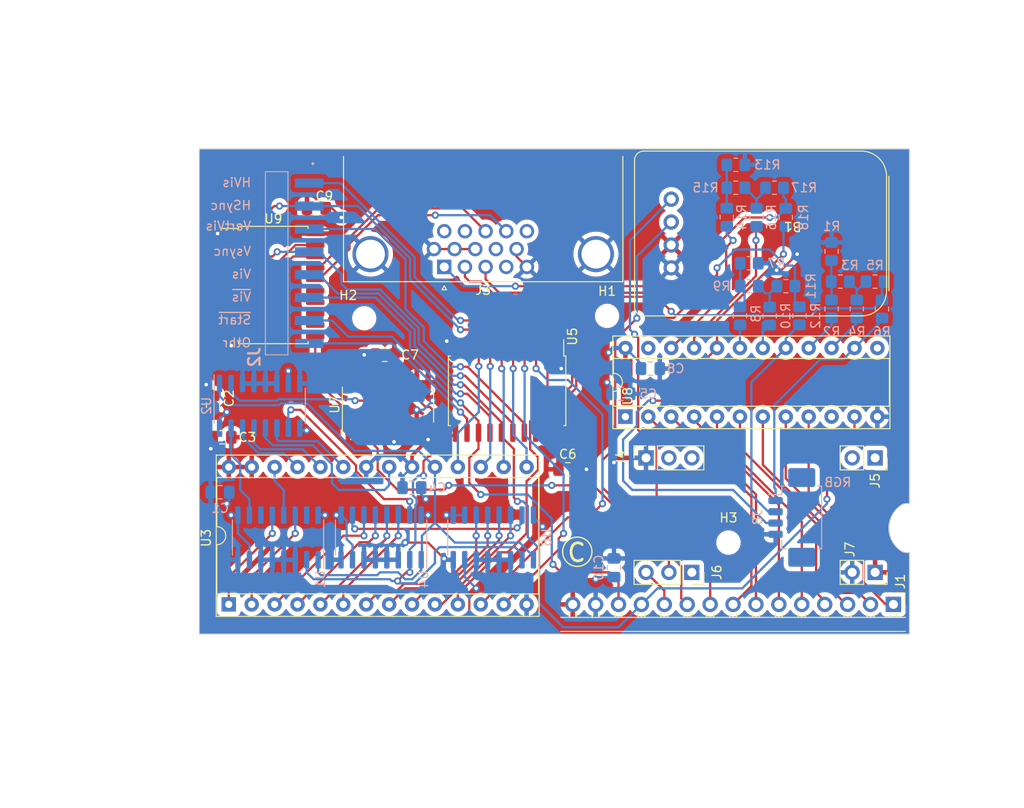
<source format=kicad_pcb>
(kicad_pcb (version 20221018) (generator pcbnew)
  (layers (0 "F.Cu" signal) (31 "B.Cu" signal) (34 "B.Paste" user) (35 "F.Paste" user) (36 "B.SilkS" user "B.Silkscreen") (37 "F.SilkS" user "F.Silkscreen") (38 "B.Mask" user) (39 "F.Mask" user) (44 "Edge.Cuts" user))
  (net 0 "")
  (net 1 "VCC")
  (net 2 "GND")
  (net 3 "/P0")
  (net 4 "/P1")
  (net 5 "/P2")
  (net 6 "/P3")
  (net 7 "/P4")
  (net 8 "/P5")
  (net 9 "/P6")
  (net 10 "/P7")
  (net 11 "/~{A_{out}}")
  (net 12 "/Vis")
  (net 13 "/~{StartFrame}")
  (net 14 "/HVis")
  (net 15 "/HSync")
  (net 16 "/VertVis")
  (net 17 "/Vsync")
  (net 18 "/~{Vis}")
  (net 19 "/Othr")
  (net 20 "/ARed")
  (net 21 "/AGreen")
  (net 22 "/ABlue")
  (net 27 "/HSYNC_{2}")
  (net 28 "/VSYNC_{2}")
  (net 35 "/A_{out}")
  (net 36 "Net-(R1-Pad1)")
  (net 37 "/B0")
  (net 38 "Net-(R3-Pad2)")
  (net 39 "/B1")
  (net 40 "/B2")
  (net 41 "Net-(R7-Pad1)")
  (net 42 "/G0")
  (net 43 "Net-(R10-Pad2)")
  (net 44 "/G1")
  (net 45 "/G2")
  (net 46 "Net-(R13-Pad1)")
  (net 47 "/R0")
  (net 48 "Net-(R15-Pad2)")
  (net 49 "/R1")
  (net 50 "/R2")
  (net 51 "/~{RESET}")
  (net 52 "/CLK_{sync}")
  (net 53 "Net-(U1-CET)")
  (net 55 "/A14")
  (net 56 "/A13")
  (net 57 "/A12")
  (net 59 "Net-(U2-CET)")
  (net 60 "/A11")
  (net 61 "/A10")
  (net 62 "/A9")
  (net 63 "/A8")
  (net 64 "/A7")
  (net 65 "/A6")
  (net 66 "/A5")
  (net 67 "/A4")
  (net 68 "/A3")
  (net 69 "/A2")
  (net 70 "/A1")
  (net 71 "/A0")
  (net 72 "Net-(U3-D0)")
  (net 73 "Net-(U3-D1)")
  (net 74 "Net-(U3-D2)")
  (net 75 "Net-(U3-D3)")
  (net 76 "Net-(U3-D4)")
  (net 77 "Net-(U3-D5)")
  (net 78 "Net-(U3-D6)")
  (net 79 "Net-(U4-CET)")
  (net 88 "/HSYNC_{1}")
  (net 89 "/VSYNC_{1}")
  (net 94 "/KBRx")
  (net 95 "/KBTx")
  (net 96 "/HSYNC_{3}")
  (net 97 "/VSYNC_{3}")
  (footprint "Connector_PinSocket_2.54mm:PinSocket_1x02_P2.54mm_Vertical" (layer "F.Cu") (at 138.684 63.5 -90)
    (fp_text reference "J5")
    (fp_text value "Conn_01x02_Pin")
  )
  (footprint "Package_SO:SOIC-16_3.9x9.9mm_P1.27mm" (layer "F.Cu") (at 84.674745 57.593 90)
    (fp_text reference "U7")
    (fp_text value "74LS161")
  )
  (footprint "Connector_PinSocket_2.54mm:PinSocket_1x02_P2.54mm_Vertical" (layer "F.Cu") (at 138.684 76.2 -90)
    (fp_text reference "J7")
    (fp_text value "Conn_01x02_Pin")
  )
  (footprint "Package_DIP:DIP-28_W15.24mm_Socket" (layer "F.Cu") (at 67.021745 79.756 90)
    (fp_text reference "U3")
    (fp_text value "28C256")
  )
  (footprint "Package_DIP:DIP-24_W7.62mm_Socket" (layer "F.Cu") (at 110.998 58.928 90)
    (fp_text reference "U8")
    (fp_text value "GAL22V10")
  )
  (footprint "Connector_PinSocket_2.54mm:PinSocket_1x03_P2.54mm_Vertical" (layer "F.Cu") (at 113.284001 63.499999 90)
    (fp_text reference "J4")
    (fp_text value "Conn_01x03_Pin")
  )
  (footprint "MountingHole:MountingHole_2.2mm_M2_ISO7380" (layer "F.Cu") (at 82.042 48.006)
    (fp_text reference "H2")
    (fp_text value "MountingHole")
  )
  (footprint "Package_SO:SOIC-20W_7.5x12.8mm_P1.27mm" (layer "F.Cu") (at 97.882745 56.056 -90)
    (fp_text reference "U5")
    (fp_text value "74HCT574")
  )
  (footprint "MountingHole:MountingHole_2.2mm_M2_ISO7380" (layer "F.Cu") (at 122.428 72.898)
    (fp_text reference "H3")
    (fp_text value "MountingHole")
  )
  (footprint "Capacitor_SMD:C_0805_2012Metric_Pad1.18x1.45mm_HandSolder" (layer "F.Cu") (at 104.613745 64.77)
    (fp_text reference "C6")
    (fp_text value "C_Small")
  )
  (footprint "local:USB-UART-board" (layer "F.Cu") (at 129.54 38.608 180)
    (fp_text reference "B1")
    (fp_text value "~")
  )
  (footprint "Package_SO:SOIC-20W_7.5x12.8mm_P1.27mm" (layer "F.Cu") (at 71.96 44.323)
    (fp_text reference "U9")
    (fp_text value "74HCT574")
  )
  (footprint "Capacitor_SMD:C_0805_2012Metric_Pad1.18x1.45mm_HandSolder" (layer "F.Cu") (at 76.7295 35.814)
    (fp_text reference "C9")
    (fp_text value "C_Small")
  )
  (footprint "Capacitor_SMD:C_0805_2012Metric_Pad1.18x1.45mm_HandSolder" (layer "F.Cu") (at 84.328 52.07 180)
    (fp_text reference "C7")
    (fp_text value "C_Small")
  )
  (footprint "Connector_Dsub:DSUB-15-HD_Female_Horizontal_P2.29x1.98mm_EdgePinOffset8.35mm_Housed_MountingHolesOffset10.89mm" (layer "F.Cu") (at 90.916 42.314 180)
    (fp_text reference "J3")
    (fp_text value "DE15_Receptacle_HighDensity_MountingHoles")
  )
  (footprint "Connector_PinSocket_2.54mm:PinSocket_1x03_P2.54mm_Vertical" (layer "F.Cu") (at 118.363998 76.2 -90)
    (fp_text reference "J6")
    (fp_text value "Conn_01x03_Pin")
  )
  (footprint "Capacitor_SMD:C_0805_2012Metric_Pad1.18x1.45mm_HandSolder" (layer "F.Cu") (at 65.278 57.658 90)
    (fp_text reference "C2")
    (fp_text value "C_Small")
  )
  (footprint "Capacitor_SMD:C_0805_2012Metric_Pad1.18x1.45mm_HandSolder" (layer "F.Cu") (at 66.2725 61.214 180)
    (fp_text reference "C3")
    (fp_text value "C_Small")
  )
  (footprint "MountingHole:MountingHole_2.2mm_M2_ISO7380" (layer "F.Cu") (at 108.966 47.752)
    (fp_text reference "H1")
    (fp_text value "MountingHole")
  )
  (footprint "Connector_PinHeader_2.54mm:PinHeader_1x15_P2.54mm_Horizontal" (layer "F.Cu") (at 140.716 79.756 -90)
    (fp_text reference "J1")
    (fp_text value "Conn_01x15")
  )
  (footprint "local:M208890845" (layer "B.Cu") (at 72.331 41.91 -90)
    (fp_text reference "J2")
    (fp_text value "Conn_01x08" hide)
  )
  (footprint "Resistor_SMD:R_0805_2012Metric_Pad1.20x1.40mm_HandSolder" (layer "B.Cu") (at 127 47.768001 90)
    (fp_text reference "R10")
    (fp_text value "2R")
  )
  (footprint "Capacitor_SMD:C_0805_2012Metric_Pad1.18x1.45mm_HandSolder" (layer "B.Cu") (at 66.04 67.31 180)
    (fp_text reference "C1")
    (fp_text value "C_Small")
  )
  (footprint "Resistor_SMD:R_0805_2012Metric_Pad1.20x1.40mm_HandSolder" (layer "B.Cu") (at 124.73 44.45)
    (fp_text reference "R9")
    (fp_text value "R")
  )
  (footprint "Capacitor_SMD:C_0805_2012Metric_Pad1.18x1.45mm_HandSolder" (layer "B.Cu") (at 113.7705 53.594)
    (fp_text reference "C8")
    (fp_text value "C_Small")
  )
  (footprint "Resistor_SMD:R_0805_2012Metric_Pad1.20x1.40mm_HandSolder" (layer "B.Cu") (at 124.73 41.91)
    (fp_text reference "R7")
    (fp_text value "2R")
  )
  (footprint "Resistor_SMD:R_0805_2012Metric_Pad1.20x1.40mm_HandSolder" (layer "B.Cu") (at 127.524 33.528)
    (fp_text reference "R17")
    (fp_text value "R")
  )
  (footprint "Package_SO:SOIC-16_3.9x9.9mm_P1.27mm" (layer "B.Cu") (at 83.912745 72.325 90)
    (fp_text reference "U4")
    (fp_text value "74LS161")
  )
  (footprint "Resistor_SMD:R_0805_2012Metric_Pad1.20x1.40mm_HandSolder" (layer "B.Cu") (at 134.826 43.942)
    (fp_text reference "R3")
    (fp_text value "R")
  )
  (footprint "Package_SO:SOIC-16_3.9x9.9mm_P1.27mm" (layer "B.Cu") (at 70.450745 57.723 -90)
    (fp_text reference "U2")
    (fp_text value "74LS161")
  )
  (footprint "Resistor_SMD:R_0805_2012Metric_Pad1.20x1.40mm_HandSolder" (layer "B.Cu") (at 123.698 47.752001 90)
    (fp_text reference "R8")
    (fp_text value "2R")
  )
  (footprint "Capacitor_SMD:C_0805_2012Metric_Pad1.18x1.45mm_HandSolder" (layer "B.Cu") (at 110.49 56.388)
    (fp_text reference "C5")
    (fp_text value "C_Small")
  )
  (footprint "Resistor_SMD:R_0805_2012Metric_Pad1.20x1.40mm_HandSolder" (layer "B.Cu") (at 122.238 36.798002 90)
    (fp_text reference "R14")
    (fp_text value "2R")
  )
  (footprint "Resistor_SMD:R_0805_2012Metric_Pad1.20x1.40mm_HandSolder" (layer "B.Cu") (at 128.778 36.814 -90)
    (fp_text reference "R18")
    (fp_text value "2R")
  )
  (footprint "Capacitor_SMD:C_0805_2012Metric_Pad1.18x1.45mm_HandSolder" (layer "B.Cu") (at 87.320245 66.802 180)
    (fp_text reference "C4")
    (fp_text value "C_Small")
  )
  (footprint "Resistor_SMD:R_0805_2012Metric_Pad1.20x1.40mm_HandSolder" (layer "B.Cu") (at 123.238 33.528)
    (fp_text reference "R15")
    (fp_text value "R")
  )
  (footprint "Package_SO:SOIC-16_3.9x9.9mm_P1.27mm" (layer "B.Cu") (at 72.482745 72.325 90)
    (fp_text reference "U1")
    (fp_text value "74LS161")
  )
  (footprint "Resistor_SMD:R_0805_2012Metric_Pad1.20x1.40mm_HandSolder" (layer "B.Cu") (at 130.302 47.736 -90)
    (fp_text reference "R12")
    (fp_text value "2R")
  )
  (footprint "Capacitor_SMD:C_0805_2012Metric_Pad1.18x1.45mm_HandSolder" (layer "B.Cu") (at 109.728 75.692 -90)
    (fp_text reference "C10")
    (fp_text value "10uF")
  )
  (footprint "Connector_Molex:Molex_PicoBlade_53261-0471_1x04-1MP_P1.25mm_Horizontal" (layer "B.Cu") (at 130.048 70.104 -90)
    (fp_text reference "J8")
    (fp_text value "Conn_01x04")
  )
  (footprint "Resistor_SMD:R_0805_2012Metric_Pad1.20x1.40mm_HandSolder" (layer "B.Cu") (at 133.858 46.974 90)
    (fp_text reference "R2")
    (fp_text value "2R")
  )
  (footprint "Resistor_SMD:R_0805_2012Metric_Pad1.20x1.40mm_HandSolder" (layer "B.Cu") (at 139.446 46.99 -90)
    (fp_text reference "R6")
    (fp_text value "2R")
  )
  (footprint "Resistor_SMD:R_0805_2012Metric_Pad1.20x1.40mm_HandSolder" (layer "B.Cu") (at 128.794 44.45)
    (fp_text reference "R11")
    (fp_text value "R")
  )
  (footprint "Resistor_SMD:R_0805_2012Metric_Pad1.20x1.40mm_HandSolder" (layer "B.Cu") (at 133.857999 40.592 90)
    (fp_text reference "R1")
    (fp_text value "2R")
  )
  (footprint "Package_SO:SOIC-16_3.9x9.9mm_P1.27mm" (layer "B.Cu") (at 96.358745 72.325 90)
    (fp_text reference "U6")
    (fp_text value "74LS161")
  )
  (footprint "Resistor_SMD:R_0805_2012Metric_Pad1.20x1.40mm_HandSolder" (layer "B.Cu") (at 123.238 30.988)
    (fp_text reference "R13")
    (fp_text value "2R")
  )
  (footprint "Resistor_SMD:R_0805_2012Metric_Pad1.20x1.40mm_HandSolder" (layer "B.Cu") (at 136.652 46.974 90)
    (fp_text reference "R4")
    (fp_text value "2R")
  )
  (footprint "Resistor_SMD:R_0805_2012Metric_Pad1.20x1.40mm_HandSolder" (layer "B.Cu") (at 138.668 43.942)
    (fp_text reference "R5")
    (fp_text value "R")
  )
  (footprint "Resistor_SMD:R_0805_2012Metric_Pad1.20x1.40mm_HandSolder" (layer "B.Cu") (at 125.54 36.814 90)
    (fp_text reference "R16")
    (fp_text value "2R")
  )
  (gr_circle (center 105.664 73.914) (end 106.934 72.898) (stroke (width 0.15)) (fill none) (layer "F.SilkS"))
  (gr_line (start 63.754 29.21) (end 63.754 83.058) (stroke (width 0.1)) (layer "Edge.Cuts"))
  (gr_arc (start 141.653122 68.707048) (mid 142.062637 68.57748) (end 142.491974 68.590129) (stroke (width 0.1)) (layer "Edge.Cuts"))
  (gr_arc (start 141.732 73.914) (mid 140.219154 71.332844) (end 141.653122 68.707048) (stroke (width 0.1)) (layer "Edge.Cuts"))
  (gr_line (start 142.494 83.058) (end 142.494 73.985268) (stroke (width 0.1)) (layer "Edge.Cuts"))
  (gr_line (start 142.494 57.912) (end 142.494 29.21) (stroke (width 0.1)) (layer "Edge.Cuts"))
  (gr_arc (start 142.494 73.985268) (mid 142.108234 74.002732) (end 141.733012 73.91147) (stroke (width 0.1)) (layer "Edge.Cuts"))
  (gr_line (start 63.754 29.21) (end 142.494 29.21) (stroke (width 0.1)) (layer "Edge.Cuts"))
  (gr_line (start 142.491974 68.590129) (end 142.494 60.96) (stroke (width 0.1)) (layer "Edge.Cuts"))
  (gr_line (start 142.494 57.912) (end 142.494 60.96) (stroke (width 0.1)) (layer "Edge.Cuts"))
  (gr_line (start 63.754 83.058) (end 142.494 83.058) (stroke (width 0.1)) (layer "Edge.Cuts"))
  (gr_text "HVis" (at 69.596 33.528) (layer "B.SilkS") (effects (font (size 1 1)) (justify left bottom mirror)))
  (gr_text "Vsync" (at 69.596 41.148) (layer "B.SilkS") (effects (font (size 1 1)) (justify left bottom mirror)))
  (gr_text "~{Vis}" (at 69.596 46.228) (layer "B.SilkS") (effects (font (size 1 1)) (justify left bottom mirror)))
  (gr_text "Othr" (at 69.596 51.308) (layer "B.SilkS") (effects (font (size 1 1)) (justify left bottom mirror)))
  (gr_text "HSync" (at 69.596 36.068) (layer "B.SilkS") (effects (font (size 1 1)) (justify left bottom mirror)))
  (gr_text "VertVis" (at 69.596 38.354) (layer "B.SilkS") (effects (font (size 1 1)) (justify left bottom mirror)))
  (gr_text "~{Start}" (at 69.596 48.768) (layer "B.SilkS") (effects (font (size 1 1)) (justify left bottom mirror)))
  (gr_text "RGB" (at 136.144 66.802) (layer "B.SilkS") (effects (font (size 1 1)) (justify left bottom mirror)))
  (gr_text "Vis" (at 69.596 43.688) (layer "B.SilkS") (effects (font (size 1 1)) (justify left bottom mirror)))
  (gr_text "C" (at 104.394 75.184) (layer "F.SilkS") (effects (font (size 2 2) (thickness 0.3)) (justify left bottom)))
  (segment (start 87.849745 60.068) (end 87.849745 58.166) (width 0.25) (layer "F.Cu") (net 1))
  (segment (start 93.691745 78.850694) (end 93.691745 81.28) (width 0.25) (layer "F.Cu") (net 1))
  (segment (start 103.632 60.279249) (end 103.632 60.706) (width 0.25) (layer "F.Cu") (net 1))
  (via (at 66.802 58.42) (size 0.8) (drill 0.4) (layers "F.Cu" "B.Cu") (net 1))
  (via (at 87.849745 58.166) (size 0.8) (drill 0.4) (layers "F.Cu" "B.Cu") (net 1))
  (via (at 88.865745 68.072) (size 0.8) (drill 0.4) (layers "F.Cu" "B.Cu") (net 1))
  (via (at 91.151745 69.85) (size 0.8) (drill 0.4) (layers "F.Cu" "B.Cu") (net 1))
  (via (at 89.119745 69.85) (size 0.8) (drill 0.4) (layers "F.Cu" "B.Cu") (net 1))
  (via (at 78.959745 69.85) (size 0.8) (drill 0.4) (layers "F.Cu" "B.Cu") (net 1))
  (via (at 67.275745 69.85) (size 0.8) (drill 0.4) (layers "F.Cu" "B.Cu") (net 1))
  (via (at 75.657745 60.452) (size 0.8) (drill 0.4) (layers "F.Cu" "B.Cu") (net 1))
  (via (at 66.802 68.58) (size 0.8) (drill 0.4) (layers "F.Cu" "B.Cu") (net 1))
  (via (at 108.966 55.118) (size 0.8) (drill 0.4) (layers "F.Cu" "B.Cu") (net 1))
  (via (at 77.689745 69.85) (size 0.8) (drill 0.4) (layers "F.Cu" "B.Cu") (net 1))
  (via (at 94.453745 77.978) (size 0.8) (drill 0.4) (layers "F.Cu" "B.Cu") (net 1))
  (via (at 73.625745 53.848) (size 0.8) (drill 0.4) (layers "F.Cu" "B.Cu") (net 1))
  (via (at 101.819745 71.12) (size 0.8) (drill 0.4) (layers "F.Cu" "B.Cu") (net 1))
  (via (at 109.1485 51.816) (size 0.8) (drill 0.4) (layers "F.Cu" "B.Cu") (net 1))
  (via (at 107.696 76.962) (size 0.8) (drill 0.4) (layers "F.Cu" "B.Cu") (net 1))
  (via (at 89.627745 57.15) (size 0.8) (drill 0.4) (layers "F.Cu" "B.Cu") (net 1))
  (segment (start 80.092745 72.507) (end 80.737745 73.152) (width 0.25) (layer "B.Cu") (net 1))
  (segment (start 67.0775 67.31) (end 67.0775 68.3045) (width 0.25) (layer "B.Cu") (net 1))
  (segment (start 80.092745 70.475) (end 80.092745 72.507) (width 0.25) (layer "B.Cu") (net 1))
  (segment (start 88.357745 69.85) (end 89.119745 69.85) (width 0.25) (layer "B.Cu") (net 1))
  (segment (start 66.005745 60.198) (end 66.005745 59.216255) (width 0.25) (layer "B.Cu") (net 1))
  (segment (start 69.307745 74.8) (end 69.307745 73.152) (width 0.25) (layer "B.Cu") (net 1))
  (segment (start 91.913745 69.85) (end 93.183745 69.85) (width 0.25) (layer "B.Cu") (net 1))
  (segment (start 100.803745 69.85) (end 100.803745 70.104) (width 0.25) (layer "B.Cu") (net 1))
  (segment (start 91.913745 69.85) (end 91.151745 69.85) (width 0.25) (layer "B.Cu") (net 1))
  (segment (start 93.183745 76.708) (end 94.453745 77.978) (width 0.25) (layer "B.Cu") (net 1))
  (segment (start 107.9285 76.7295) (end 107.696 76.962) (width 0.25) (layer "B.Cu") (net 1))
  (segment (start 76.927745 69.85) (end 77.689745 69.85) (width 0.25) (layer "B.Cu") (net 1))
  (segment (start 66.005745 59.216255) (end 66.802 58.42) (width 0.25) (layer "B.Cu") (net 1))
  (segment (start 109.6565 51.308) (end 109.1485 51.816) (width 0.5) (layer "B.Cu") (net 1))
  (segment (start 79.467745 69.85) (end 78.959745 69.85) (width 0.25) (layer "B.Cu") (net 1))
  (segment (start 67.0775 68.3045) (end 66.802 68.58) (width 0.25) (layer "B.Cu") (net 1))
  (segment (start 112.733 53.043) (end 110.998 51.308) (width 0.25) (layer "B.Cu") (net 1))
  (segment (start 110.998 51.308) (end 109.6565 51.308) (width 0.5) (layer "B.Cu") (net 1))
  (segment (start 75.149745 60.452) (end 74.895745 60.198) (width 0.25) (layer "B.Cu") (net 1))
  (segment (start 109.4525 56.388) (end 109.4525 55.6045) (width 0.25) (layer "B.Cu") (net 1))
  (segment (start 79.467745 69.85) (end 80.092745 70.475) (width 0.25) (layer "B.Cu") (net 1))
  (segment (start 109.728 76.7295) (end 107.9285 76.7295) (width 0.25) (layer "B.Cu") (net 1))
  (segment (start 88.357745 66.802) (end 88.357745 67.564) (width 0.25) (layer "B.Cu") (net 1))
  (segment (start 73.625745 55.248) (end 73.625745 53.848) (width 0.25) (layer "B.Cu") (net 1))
  (segment (start 88.611745 58.166) (end 89.627745 57.15) (width 0.25) (layer "B.Cu") (net 1))
  (segment (start 69.307745 73.152) (end 68.037745 71.882) (width 0.25) (layer "B.Cu") (net 1))
  (segment (start 75.657745 60.452) (end 75.149745 60.452) (width 0.25) (layer "B.Cu") (net 1))
  (segment (start 93.183745 74.8) (end 93.183745 76.708) (width 0.25) (layer "B.Cu") (net 1))
  (segment (start 88.357745 67.564) (end 88.865745 68.072) (width 0.25) (layer "B.Cu") (net 1))
  (segment (start 68.037745 69.85) (end 67.275745 69.85) (width 0.25) (layer "B.Cu") (net 1))
  (segment (start 100.803745 70.104) (end 101.819745 71.12) (width 0.25) (layer "B.Cu") (net 1))
  (segment (start 80.737745 73.152) (end 80.737745 74.8) (width 0.25) (layer "B.Cu") (net 1))
  (segment (start 68.037745 71.882) (end 68.037745 69.85) (width 0.25) (layer "B.Cu") (net 1))
  (segment (start 87.849745 58.166) (end 88.611745 58.166) (width 0.25) (layer "B.Cu") (net 1))
  (segment (start 109.4525 55.6045) (end 108.966 55.118) (width 0.25) (layer "B.Cu") (net 1))
  (segment (start 67.31 47.498) (end 67.31 46.228) (width 0.25) (layer "F.Cu") (net 2))
  (segment (start 94.351 40.334) (end 92.061 40.334) (width 0.25) (layer "F.Cu") (net 2))
  (segment (start 65.278 56.134) (end 64.516 55.372) (width 0.25) (layer "F.Cu") (net 2))
  (segment (start 65.278 56.6205) (end 65.278 56.134) (width 0.25) (layer "F.Cu") (net 2))
  (segment (start 110.236001 63.499999) (end 109.728 64.008) (width 0.5) (layer "F.Cu") (net 2))
  (segment (start 90.897745 74.676) (end 89.119745 72.898) (width 0.25) (layer "F.Cu") (net 2))
  (segment (start 127.766299 42.676299) (end 128.265701 42.676299) (width 0.25) (layer "F.Cu") (net 2))
  (segment (start 67.31 50.038) (end 67.31 48.768) (width 0.25) (layer "F.Cu") (net 2))
  (segment (start 98.931 41.169) (end 100.076 42.314) (width 0.25) (layer "F.Cu") (net 2))
  (segment (start 65.235 62.273) (end 65.024 62.484) (width 0.25) (layer "F.Cu") (net 2))
  (segment (start 87.341745 63.246) (end 89.119745 61.468) (width 0.4) (layer "F.Cu") (net 2))
  (segment (start 82.769745 60.068) (end 84.039745 60.068) (width 0.25) (layer "F.Cu") (net 2))
  (segment (start 103.632 53.34) (end 103.886 53.594) (width 0.25) (layer "F.Cu") (net 2))
  (segment (start 89.119745 72.898) (end 86.579745 72.898) (width 0.25) (layer "F.Cu") (net 2))
  (segment (start 67.31 48.768) (end 67.31 47.498) (width 0.25) (layer "F.Cu") (net 2))
  (segment (start 128.265701 42.676299) (end 130.048 40.894) (width 0.25) (layer "F.Cu") (net 2))
  (segment (start 65.235 61.214) (end 65.235 62.273) (width 0.25) (layer "F.Cu") (net 2))
  (segment (start 85.344 61.722) (end 85.344 60.102255) (width 0.25) (layer "F.Cu") (net 2))
  (segment (start 103.632 51.406) (end 103.632 53.34) (width 0.25) (layer "F.Cu") (net 2))
  (segment (start 105.651245 64.77) (end 106.68 64.77) (width 0.25) (layer "F.Cu") (net 2))
  (segment (start 113.284001 63.499999) (end 110.236001 63.499999) (width 0.5) (layer "F.Cu") (net 2))
  (segment (start 98.931 40.334) (end 98.931 41.169) (width 0.25) (layer "F.Cu") (net 2))
  (segment (start 92.046 51.406) (end 91.186 50.546) (width 0.25) (layer "F.Cu") (net 2))
  (segment (start 77.767 35.814) (end 78.486 35.814) (width 0.25) (layer "F.Cu") (net 2))
  (segment (start 85.344 60.102255) (end 85.309745 60.068) (width 0.25) (layer "F.Cu") (net 2))
  (segment (start 92.061 40.334) (end 89.771 40.334) (width 0.25) (layer "F.Cu") (net 2))
  (segment (start 89.119745 60.068) (end 89.119745 61.468) (width 0.25) (layer "F.Cu") (net 2))
  (segment (start 67.31 46.228) (end 67.31 44.958) (width 0.25) (layer "F.Cu") (net 2))
  (segment (start 78.486 35.814) (end 79.502 36.83) (width 0.25) (layer "F.Cu") (net 2))
  (segment (start 83.2905 52.07) (end 82.042 52.07) (width 0.25) (layer "F.Cu") (net 2))
  (segment (start 93.437745 51.406) (end 92.167745 51.406) (width 0.25) (layer "F.Cu") (net 2))
  (segment (start 67.31 38.608) (end 65.786 38.608) (width 0.25) (layer "F.Cu") (net 2))
  (segment (start 67.31 50.038) (end 67.31 51.054) (width 0.25) (layer "F.Cu") (net 2))
  (segment (start 87.341745 64.516) (end 87.341745 63.246) (width 0.4) (layer "F.Cu") (net 2))
  (segment (start 92.167745 51.406) (end 92.046 51.406) (width 0.25) (layer "F.Cu") (net 2))
  (segment (start 84.039745 60.068) (end 85.309745 60.068) (width 0.25) (layer "F.Cu") (net 2))
  (segment (start 85.309745 60.068) (end 86.579745 60.068) (width 0.25) (layer "F.Cu") (net 2))
  (via (at 106.68 64.77) (size 0.8) (drill 0.4) (layers "F.Cu" "B.Cu") (net 2))
  (via (at 85.344 61.722) (size 0.8) (drill 0.4) (layers "F.Cu" "B.Cu") (net 2))
  (via (at 65.024 62.484) (size 0.8) (drill 0.4) (layers "F.Cu" "B.Cu") (net 2))
  (via (at 82.042 52.07) (size 0.8) (drill 0.4) (layers "F.Cu" "B.Cu") (net 2))
  (via (at 109.728 64.008) (size 0.8) (drill 0.4) (layers "F.Cu" "B.Cu") (net 2))
  (via (at 64.516 55.372) (size 0.8) (drill 0.4) (layers "F.Cu" "B.Cu") (net 2))
  (via (at 67.31 51.054) (size 0.8) (drill 0.4) (layers "F.Cu" "B.Cu") (net 2))
  (via (at 90.897745 74.676) (size 0.8) (drill 0.4) (layers "F.Cu" "B.Cu") (net 2))
  (via (at 103.886 53.594) (size 0.8) (drill 0.4) (layers "F.Cu" "B.Cu") (net 2))
  (via (at 65.786 38.608) (size 0.8) (drill 0.4) (layers "F.Cu" "B.Cu") (net 2))
  (via (at 127.766299 42.676299) (size 0.8) (drill 0.4) (layers "F.Cu" "B.Cu") (net 2))
  (via (at 130.048 40.894) (size 0.8) (drill 0.4) (layers "F.Cu" "B.Cu") (net 2))
  (via (at 86.579745 72.898) (size 0.8) (drill 0.4) (layers "F.Cu" "B.Cu") (net 2))
  (via (at 79.502 36.83) (size 0.8) (drill 0.4) (layers "F.Cu" "B.Cu") (net 2))
  (via (at 89.119745 61.468) (size 0.8) (drill 0.4) (layers "F.Cu" "B.Cu") (net 2))
  (via (at 91.186 50.546) (size 0.8) (drill 0.4) (layers "F.Cu" "B.Cu") (net 2))
  (segment (start 127 41.91) (end 127.766299 42.676299) (width 0.25) (layer "B.Cu") (net 2))
  (segment (start 83.531745 63.246) (end 82.261745 64.516) (width 0.4) (layer "B.Cu") (net 2))
  (segment (start 91.913745 74.8) (end 91.021745 74.8) (width 0.25) (layer "B.Cu") (net 2))
  (segment (start 125.73 41.91) (end 127 41.91) (width 0.25) (layer "B.Cu") (net 2))
  (segment (start 91.021745 74.8) (end 90.897745 74.676) (width 0.25) (layer "B.Cu") (net 2))
  (segment (start 86.282745 66.802) (end 86.282745 65.575) (width 0.25) (layer "B.Cu") (net 2))
  (segment (start 86.282745 65.575) (end 87.341745 64.516) (width 0.25) (layer "B.Cu") (net 2))
  (segment (start 86.071745 63.246) (end 83.531745 63.246) (width 0.4) (layer "B.Cu") (net 2))
  (segment (start 87.341745 64.516) (end 86.071745 63.246) (width 0.4) (layer "B.Cu") (net 2))
  (segment (start 140.716 79.756) (end 139.866 79.756) (width 0.25) (layer "F.Cu") (net 3))
  (segment (start 131.318 67.564) (end 131.318 58.928) (width 0.25) (layer "F.Cu") (net 3))
  (segment (start 137.414 73.66) (end 131.318 67.564) (width 0.25) (layer "F.Cu") (net 3))
  (segment (start 137.414 77.304) (end 137.414 73.66) (width 0.25) (layer "F.Cu") (net 3))
  (segment (start 139.866 79.756) (end 137.414 77.304) (width 0.25) (layer "F.Cu") (net 3))
  (segment (start 138.176 79.756) (end 136.906 78.486) (width 0.25) (layer "F.Cu") (net 4))
  (segment (start 134.840396 78.486) (end 133.292 76.937604) (width 0.25) (layer "F.Cu") (net 4))
  (segment (start 133.292 76.937604) (end 133.292 70.3) (width 0.25) (layer "F.Cu") (net 4))
  (segment (start 128.778 65.786) (end 128.778 58.928) (width 0.25) (layer "F.Cu") (net 4))
  (segment (start 136.906 78.486) (end 134.840396 78.486) (width 0.25) (layer "F.Cu") (net 4))
  (segment (start 133.292 70.3) (end 128.778 65.786) (width 0.25) (layer "F.Cu") (net 4))
  (segment (start 132.842 70.866) (end 126.238 64.262) (width 0.25) (layer "F.Cu") (net 5))
  (segment (start 135.474 79.756) (end 132.842 77.124) (width 0.25) (layer "F.Cu") (net 5))
  (segment (start 126.238 64.262) (end 126.238 58.928) (width 0.25) (layer "F.Cu") (net 5))
  (segment (start 132.842 77.124) (end 132.842 70.866) (width 0.25) (layer "F.Cu") (net 5))
  (segment (start 133.474 79.756) (end 132.142802 78.424802) (width 0.25) (layer "F.Cu") (net 6))
  (segment (start 132.142802 78.424802) (end 132.142802 70.803198) (width 0.25) (layer "F.Cu") (net 6))
  (segment (start 123.698 62.358396) (end 123.698 58.928) (width 0.25) (layer "F.Cu") (net 6))
  (segment (start 132.142802 70.803198) (end 123.698 62.358396) (width 0.25) (layer "F.Cu") (net 6))
  (segment (start 121.158 61.214) (end 121.158 58.928) (width 0.25) (layer "F.Cu") (net 7))
  (segment (start 130.556 79.756) (end 130.556 70.612) (width 0.25) (layer "F.Cu") (net 7))
  (segment (start 130.556 70.612) (end 121.158 61.214) (width 0.25) (layer "F.Cu") (net 7))
  (segment (start 128.016 79.756) (end 128.016 68.708396) (width 0.25) (layer "F.Cu") (net 8))
  (segment (start 128.016 68.708396) (end 118.618 59.310396) (width 0.25) (layer "F.Cu") (net 8))
  (segment (start 118.618 59.310396) (end 118.618 58.928) (width 0.25) (layer "F.Cu") (net 8))
  (segment (start 119.126 61.214) (end 118.364 61.214) (width 0.25) (layer "F.Cu") (net 9))
  (segment (start 125.476 79.756) (end 125.476 67.564) (width 0.25) (layer "F.Cu") (net 9))
  (segment (start 125.476 67.564) (end 119.126 61.214) (width 0.25) (layer "F.Cu") (net 9))
  (segment (start 118.364 61.214) (end 116.078 58.928) (width 0.25) (layer "F.Cu") (net 9))
  (segment (start 124.968 67.818) (end 124.968 77.724) (width 0.25) (layer "F.Cu") (net 10))
  (segment (start 124.968 77.724) (end 122.936 79.756) (width 0.25) (layer "F.Cu") (net 10))
  (segment (start 116.332 61.722) (end 118.872 61.722) (width 0.25) (layer "F.Cu") (net 10))
  (segment (start 118.872 61.722) (end 124.968 67.818) (width 0.25) (layer "F.Cu") (net 10))
  (segment (start 113.538 58.928) (end 116.332 61.722) (width 0.25) (layer "F.Cu") (net 10))
  (segment (start 115.316 78.232) (end 113.283998 76.2) (width 0.25) (layer "F.Cu") (net 11))
  (segment (start 115.316 79.756) (end 115.316 78.232) (width 0.25) (layer "F.Cu") (net 11))
  (segment (start 97.247745 61.132751) (end 98.626745 62.511751) (width 0.25) (layer "F.Cu") (net 12))
  (segment (start 92.71 55.388497) (end 93.108893 55.388497) (width 0.25) (layer "F.Cu") (net 12))
  (segment (start 136.398 60.706) (end 136.398 58.928) (width 0.25) (layer "F.Cu") (net 12))
  (segment (start 133.35 68.072) (end 133.35 63.754) (width 0.25) (layer "F.Cu") (net 12))
  (segment (start 98.626745 62.511751) (end 98.626745 67.927) (width 0.25) (layer "F.Cu") (net 12))
  (segment (start 97.247745 59.527349) (end 97.247745 60.706) (width 0.25) (layer "F.Cu") (net 12))
  (segment (start 98.626745 67.927) (end 99.025745 68.326) (width 0.25) (layer "F.Cu") (net 12))
  (segment (start 133.35 63.754) (end 136.398 60.706) (width 0.25) (layer "F.Cu") (net 12))
  (segment (start 93.108893 55.388497) (end 97.247745 59.527349) (width 0.25) (layer "F.Cu") (net 12))
  (via (at 99.025745 68.326) (size 0.8) (drill 0.4) (layers "F.Cu" "B.Cu") (net 12))
  (via (at 92.71 55.388497) (size 0.8) (drill 0.4) (layers "F.Cu" "B.Cu") (net 12))
  (via (at 133.35 68.072) (size 0.8) (drill 0.4) (layers "F.Cu" "B.Cu") (net 12))
  (segment (start 79.111 45.27) (end 83.624 45.27) (width 0.25) (layer "B.Cu") (net 12))
  (segment (start 123.952 77.978) (end 133.35 68.58) (width 0.25) (layer "B.Cu") (net 12))
  (segment (start 110.236 82.296) (end 112.776 79.756) (width 0.25) (layer "B.Cu") (net 12))
  (segment (start 99.656496 68.326) (end 100.178745 68.848249) (width 0.25) (layer "B.Cu") (net 12))
  (segment (start 83.624 45.27) (end 87.63 49.276) (width 0.25) (layer "B.Cu") (net 12))
  (segment (start 104.105745 82.296) (end 110.236 82.296) (width 0.25) (layer "B.Cu") (net 12))
  (segment (start 101.428745 79.619) (end 104.105745 82.296) (width 0.25) (layer "B.Cu") (net 12))
  (segment (start 100.178745 68.848249) (end 100.178745 72.273) (width 0.25) (layer "B.Cu") (net 12))
  (segment (start 114.554 77.978) (end 123.952 77.978) (width 0.25) (layer "B.Cu") (net 12))
  (segment (start 133.35 68.58) (end 133.35 68.072) (width 0.25) (layer "B.Cu") (net 12))
  (segment (start 99.025745 68.326) (end 99.656496 68.326) (width 0.25) (layer "B.Cu") (net 12))
  (segment (start 77.021 43.18) (end 79.111 45.27) (width 0.25) (layer "B.Cu") (net 12))
  (segment (start 100.178745 72.273) (end 101.428745 73.523) (width 0.25) (layer "B.Cu") (net 12))
  (segment (start 101.428745 73.523) (end 101.428745 79.619) (width 0.25) (layer "B.Cu") (net 12))
  (segment (start 87.63 49.276) (end 87.63 51.054) (width 0.25) (layer "B.Cu") (net 12))
  (segment (start 91.964497 55.388497) (end 92.71 55.388497) (width 0.25) (layer "B.Cu") (net 12))
  (segment (start 87.63 51.054) (end 91.964497 55.388497) (width 0.25) (layer "B.Cu") (net 12))
  (segment (start 75.946 43.18) (end 77.021 43.18) (width 0.25) (layer "B.Cu") (net 12))
  (segment (start 112.776 79.756) (end 114.554 77.978) (width 0.25) (layer "B.Cu") (net 12))
  (segment (start 94.707745 59.393147) (end 94.707745 60.706) (width 0.25) (layer "F.Cu") (net 13))
  (segment (start 103.851745 76.2) (end 102.967044 75.315299) (width 0.25) (layer "F.Cu") (net 13))
  (segment (start 92.714299 57.399701) (end 94.707745 59.393147) (width 0.25) (layer "F.Cu") (net 13))
  (segment (start 109.22 76.2) (end 103.851745 76.2) (width 0.25) (layer "F.Cu") (net 13))
  (segment (start 110.236 79.756) (end 110.236 77.216) (width 0.25) (layer "F.Cu") (net 13))
  (segment (start 110.236 77.216) (end 109.22 76.2) (width 0.25) (layer "F.Cu") (net 13))
  (segment (start 94.961745 67.564) (end 93.691745 66.294) (width 0.25) (layer "F.Cu") (net 13))
  (segment (start 93.691745 66.294) (end 93.691745 63.5) (width 0.25) (layer "F.Cu") (net 13))
  (segment (start 94.707745 62.484) (end 94.707745 60.706) (width 0.25) (layer "F.Cu") (net 13))
  (segment (start 93.691745 63.5) (end 94.707745 62.484) (width 0.25) (layer "F.Cu") (net 13))
  (via (at 94.961745 67.564) (size 0.8) (drill 0.4) (layers "F.Cu" "B.Cu") (net 13))
  (via (at 102.967044 75.315299) (size 0.8) (drill 0.4) (layers "F.Cu" "B.Cu") (net 13))
  (via (at 92.714299 57.399701) (size 0.8) (drill 0.4) (layers "F.Cu" "B.Cu") (net 13))
  (segment (start 80.264 50.038) (end 78.486 48.26) (width 0.25) (layer "B.Cu") (net 13))
  (segment (start 102.835745 75.184) (end 102.835745 70.235249) (width 0.25) (layer "B.Cu") (net 13))
  (segment (start 102.835745 75.184) (end 102.967044 75.315299) (width 0.25) (layer "B.Cu") (net 13))
  (segment (start 102.835745 70.235249) (end 100.164496 67.564) (width 0.25) (layer "B.Cu") (net 13))
  (segment (start 92.451701 57.399701) (end 85.09 50.038) (width 0.25) (layer "B.Cu") (net 13))
  (segment (start 100.164496 67.564) (end 94.961745 67.564) (width 0.25) (layer "B.Cu") (net 13))
  (segment (start 85.09 50.038) (end 80.264 50.038) (width 0.25) (layer "B.Cu") (net 13))
  (segment (start 92.714299 57.399701) (end 92.451701 57.399701) (width 0.25) (layer "B.Cu") (net 13))
  (segment (start 78.486 48.26) (end 75.946 48.26) (width 0.25) (layer "B.Cu") (net 13))
  (segment (start 102.327745 60.706) (end 102.327745 58.962255) (width 0.25) (layer "F.Cu") (net 14))
  (segment (start 105.547 55.743) (end 105.547 50.354249) (width 0.25) (layer "F.Cu") (net 14))
  (segment (start 102.327745 58.962255) (end 105.547 55.743) (width 0.25) (layer "F.Cu") (net 14))
  (segment (start 103.448452 48.255701) (end 92.714299 48.255701) (width 0.25) (layer "F.Cu") (net 14))
  (segment (start 105.547 50.354249) (end 103.448452 48.255701) (width 0.25) (layer "F.Cu") (net 14))
  (via (at 92.714299 48.255701) (size 0.8) (drill 0.4) (layers "F.Cu" "B.Cu") (net 14))
  (segment (start 75.946 33.02) (end 79.417839 33.02) (width 0.25) (layer "B.Cu") (net 14))
  (segment (start 87.63 41.232161) (end 87.63 43.434) (width 0.25) (layer "B.Cu") (net 14))
  (segment (start 87.63 43.434) (end 92.451701 48.255701) (width 0.25) (layer "B.Cu") (net 14))
  (segment (start 92.451701 48.255701) (end 92.714299 48.255701) (width 0.25) (layer "B.Cu") (net 14))
  (segment (start 79.417839 33.02) (end 87.63 41.232161) (width 0.25) (layer "B.Cu") (net 14))
  (segment (start 72.054751 35.56) (end 72.644 35.56) (width 0.25) (layer "F.Cu") (net 15))
  (segment (start 103.627701 49.271701) (end 105.097 50.741) (width 0.25) (layer "F.Cu") (net 15))
  (segment (start 101.057745 59.470255) (end 101.057745 60.706) (width 0.25) (layer "F.Cu") (net 15))
  (segment (start 92.714299 49.271701) (end 103.627701 49.271701) (width 0.25) (layer "F.Cu") (net 15))
  (segment (start 105.097 55.431) (end 101.057745 59.470255) (width 0.25) (layer "F.Cu") (net 15))
  (segment (start 67.31 39.878) (end 67.736751 39.878) (width 0.25) (layer "F.Cu") (net 15))
  (segment (start 67.736751 39.878) (end 72.054751 35.56) (width 0.25) (layer "F.Cu") (net 15))
  (segment (start 105.097 50.741) (end 105.097 55.431) (width 0.25) (layer "F.Cu") (net 15))
  (via (at 92.714299 49.271701) (size 0.8) (drill 0.4) (layers "F.Cu" "B.Cu") (net 15))
  (via (at 72.644 35.56) (size 0.8) (drill 0.4) (layers "F.Cu" "B.Cu") (net 15))
  (segment (start 75.946 35.56) (end 81.321443 35.56) (width 0.25) (layer "B.Cu") (net 15))
  (segment (start 72.644 35.56) (end 75.946 35.56) (width 0.25) (layer "B.Cu") (net 15))
  (segment (start 81.321443 35.56) (end 87.122 41.360557) (width 0.25) (layer "B.Cu") (net 15))
  (segment (start 92.705701 49.271701) (end 92.714299 49.271701) (width 0.25) (layer "B.Cu") (net 15))
  (segment (start 87.122 43.688) (end 92.705701 49.271701) (width 0.25) (layer "B.Cu") (net 15))
  (segment (start 87.122 41.360557) (end 87.122 43.688) (width 0.25) (layer "B.Cu") (net 15))
  (segment (start 92.71 53.389491) (end 93.496236 53.389491) (width 0.25) (layer "F.Cu") (net 16))
  (segment (start 99.787745 59.681) (end 99.787745 60.706) (width 0.25) (layer "F.Cu") (net 16))
  (segment (start 93.496236 53.389491) (end 99.787745 59.681) (width 0.25) (layer "F.Cu") (net 16))
  (via (at 92.71 53.389491) (size 0.8) (drill 0.4) (layers "F.Cu" "B.Cu") (net 16))
  (segment (start 88.646 50.546) (end 91.489491 53.389491) (width 0.25) (layer "B.Cu") (net 16))
  (segment (start 86.614 41.488953) (end 86.614 46.987208) (width 0.25) (layer "B.Cu") (net 16))
  (segment (start 91.489491 53.389491) (end 92.71 53.389491) (width 0.25) (layer "B.Cu") (net 16))
  (segment (start 86.614 46.987208) (end 88.646 49.019208) (width 0.25) (layer "B.Cu") (net 16))
  (segment (start 75.946 38.1) (end 83.225047 38.1) (width 0.25) (layer "B.Cu") (net 16))
  (segment (start 88.646 49.019208) (end 88.646 50.546) (width 0.25) (layer "B.Cu") (net 16))
  (segment (start 83.225047 38.1) (end 86.614 41.488953) (width 0.25) (layer "B.Cu") (net 16))
  (segment (start 93.225739 54.388994) (end 98.517745 59.681) (width 0.25) (layer "F.Cu") (net 17))
  (segment (start 92.71 54.388994) (end 93.225739 54.388994) (width 0.25) (layer "F.Cu") (net 17))
  (segment (start 98.517745 59.681) (end 98.517745 60.706) (width 0.25) (layer "F.Cu") (net 17))
  (segment (start 71.882 41.148) (end 72.39 40.64) (width 0.25) (layer "F.Cu") (net 17))
  (segment (start 67.31 41.148) (end 71.882 41.148) (width 0.25) (layer "F.Cu") (net 17))
  (via (at 92.71 54.388994) (size 0.8) (drill 0.4) (layers "F.Cu" "B.Cu") (net 17))
  (via (at 72.39 40.64) (size 0.8) (drill 0.4) (layers "F.Cu" "B.Cu") (net 17))
  (segment (start 77.021 40.64) (end 79.502 43.121) (width 0.25) (layer "B.Cu") (net 17))
  (segment (start 83.810396 44.82) (end 88.08 49.089604) (width 0.25) (layer "B.Cu") (net 17))
  (segment (start 91.668994 54.388994) (end 92.71 54.388994) (width 0.25) (layer "B.Cu") (net 17))
  (segment (start 72.39 40.64) (end 75.946 40.64) (width 0.25) (layer "B.Cu") (net 17))
  (segment (start 88.08 49.089604) (end 88.08 50.8) (width 0.25) (layer "B.Cu") (net 17))
  (segment (start 75.946 40.64) (end 77.021 40.64) (width 0.25) (layer "B.Cu") (net 17))
  (segment (start 79.502 44.196) (end 80.126 44.82) (width 0.25) (layer "B.Cu") (net 17))
  (segment (start 79.502 43.121) (end 79.502 44.196) (width 0.25) (layer "B.Cu") (net 17))
  (segment (start 88.08 50.8) (end 91.668994 54.388994) (width 0.25) (layer "B.Cu") (net 17))
  (segment (start 80.126 44.82) (end 83.810396 44.82) (width 0.25) (layer "B.Cu") (net 17))
  (segment (start 95.977745 58.893745) (end 95.977745 60.706) (width 0.25) (layer "F.Cu") (net 18))
  (segment (start 92.71 56.388) (end 93.472 56.388) (width 0.25) (layer "F.Cu") (net 18))
  (segment (start 93.472 56.388) (end 95.977745 58.893745) (width 0.25) (layer "F.Cu") (net 18))
  (via (at 92.71 56.388) (size 0.8) (drill 0.4) (layers "F.Cu" "B.Cu") (net 18))
  (segment (start 83.312 45.72) (end 87.122 49.53) (width 0.25) (layer "B.Cu") (net 18))
  (segment (start 92.202 56.388) (end 92.71 56.388) (width 0.25) (layer "B.Cu") (net 18))
  (segment (start 75.946 45.72) (end 83.312 45.72) (width 0.25) (layer "B.Cu") (net 18))
  (segment (start 87.122 49.53) (end 87.122 51.308) (width 0.25) (layer "B.Cu") (net 18))
  (segment (start 87.122 51.308) (end 92.202 56.388) (width 0.25) (layer "B.Cu") (net 18))
  (segment (start 93.437745 59.147745) (end 93.437745 60.706) (width 0.25) (layer "F.Cu") (net 19))
  (segment (start 92.71 58.42) (end 93.437745 59.147745) (width 0.25) (layer "F.Cu") (net 19))
  (via (at 92.71 58.42) (size 0.8) (drill 0.4) (layers "F.Cu" "B.Cu") (net 19))
  (segment (start 85.09 50.8) (end 92.71 58.42) (width 0.25) (layer "B.Cu") (net 19))
  (segment (start 75.946 50.8) (end 85.09 50.8) (width 0.25) (layer "B.Cu") (net 19))
  (segment (start 116.576696 44.45) (end 124.196695 36.83) (width 0.25) (layer "F.Cu") (net 20))
  (segment (start 124.196695 36.83) (end 127 36.83) (width 0.25) (layer "F.Cu") (net 20))
  (segment (start 98.806 44.45) (end 116.576696 44.45) (width 0.25) (layer "F.Cu") (net 20))
  (via (at 127 36.83) (size 0.8) (drill 0.4) (layers "F.Cu" "B.Cu") (net 20))
  (via (at 98.806 44.45) (size 0.8) (drill 0.4) (layers "F.Cu" "B.Cu") (net 20))
  (segment (start 128.524 34.544) (end 128.778 34.798) (width 0.25) (layer "B.Cu") (net 20))
  (segment (start 98.806 44.45) (end 93.052 44.45) (width 0.25) (layer "B.Cu") (net 20))
  (segment (start 128.778 34.798) (end 128.778 35.814) (width 0.25) (layer "B.Cu") (net 20))
  (segment (start 128.524 33.528) (end 128.524 34.544) (width 0.25) (layer "B.Cu") (net 20))
  (segment (start 93.052 44.45) (end 90.916 42.314) (width 0.25) (layer "B.Cu") (net 20))
  (segment (start 127.762 36.83) (end 128.778 35.814) (width 0.25) (layer "B.Cu") (net 20))
  (segment (start 127 36.83) (end 127.762 36.83) (width 0.25) (layer "B.Cu") (net 20))
  (segment (start 94.996 43.942) (end 96.647 45.593) (width 0.25) (layer "F.Cu") (net 21))
  (segment (start 121.158 43.189305) (end 116.378305 47.969) (width 0.25) (layer "F.Cu") (net 21))
  (segment (start 115.533 47.969) (end 113.189 45.625) (width 0.25) (layer "F.Cu") (net 21))
  (segment (start 93.726 43.942) (end 94.996 43.942) (width 0.25) (layer "F.Cu") (net 21))
  (segment (start 116.378305 47.969) (end 115.533 47.969) (width 0.25) (layer "F.Cu") (net 21))
  (segment (start 93.206 43.422) (end 93.206 42.314) (width 0.25) (layer "F.Cu") (net 21))
  (segment (start 96.679 45.625) (end 96.647 45.593) (width 0.25) (layer "F.Cu") (net 21))
  (segment (start 93.726 43.942) (end 93.206 43.422) (width 0.25) (layer "F.Cu") (net 21))
  (segment (start 113.189 45.625) (end 96.679 45.625) (width 0.25) (layer "F.Cu") (net 21))
  (segment (start 121.158 42.418) (end 121.158 43.189305) (width 0.25) (layer "F.Cu") (net 21))
  (via (at 121.158 42.418) (size 0.8) (drill 0.4) (layers "F.Cu" "B.Cu") (net 21))
  (segment (start 129.794 44.45) (end 129.794 46.228) (width 0.25) (layer "B.Cu") (net 21))
  (segment (start 129.794 42.418) (end 129.794 44.45) (width 0.25) (layer "B.Cu") (net 21))
  (segment (start 121.158 42.418) (end 123.19 40.386) (width 0.25) (layer "B.Cu") (net 21))
  (segment (start 123.19 40.386) (end 126.990695 40.386) (width 0.25) (layer "B.Cu") (net 21))
  (segment (start 129.794 46.228) (end 130.302 46.736) (width 0.25) (layer "B.Cu") (net 21))
  (segment (start 128.768695 42.164) (end 129.54 42.164) (width 0.25) (layer "B.Cu") (net 21))
  (segment (start 129.54 42.164) (end 129.794 42.418) (width 0.25) (layer "B.Cu") (net 21))
  (segment (start 126.990695 40.386) (end 128.768695 42.164) (width 0.25) (layer "B.Cu") (net 21))
  (segment (start 95.496 43.68) (end 96.991 45.175) (width 0.25) (layer "F.Cu") (net 22))
  (segment (start 96.991 45.175) (end 114.009 45.175) (width 0.25) (layer "F.Cu") (net 22))
  (segment (start 95.496 42.314) (end 95.496 43.68) (width 0.25) (layer "F.Cu") (net 22))
  (segment (start 114.009 45.175) (end 116.078 47.244) (width 0.25) (layer "F.Cu") (net 22))
  (via (at 116.078 47.244) (size 0.8) (drill 0.4) (layers "F.Cu" "B.Cu") (net 22))
  (segment (start 125.655001 47.677001) (end 125.73 47.752) (width 0.25) (layer "B.Cu") (net 22))
  (segment (start 116.078 47.244) (end 116.511001 47.677001) (width 0.25) (layer "B.Cu") (net 22))
  (segment (start 116.511001 47.677001) (end 125.655001 47.677001) (width 0.25) (layer "B.Cu") (net 22))
  (segment (start 138.537 46.899) (end 139.446 45.99) (width 0.25) (layer "B.Cu") (net 22))
  (segment (start 139.446 45.99) (end 139.446 44.164) (width 0.25) (layer "B.Cu") (net 22))
  (segment (start 139.446 44.164) (end 139.668 43.942) (width 0.25) (layer "B.Cu") (net 22))
  (segment (start 125.73 47.752) (end 131.572 47.752) (width 0.25) (layer "B.Cu") (net 22))
  (segment (start 131.572 47.752) (end 132.425 46.899) (width 0.25) (layer "B.Cu") (net 22))
  (segment (start 132.425 46.899) (end 138.537 46.899) (width 0.25) (layer "B.Cu") (net 22))
  (segment (start 83.531745 64.836991) (end 85.713754 67.019) (width 0.25) (layer "F.Cu") (net 35))
  (segment (start 115.823998 76.2) (end 115.823998 74.920693) (width 0.25) (layer "F.Cu") (net 35))
  (segment (start 83.531745 62.476751) (end 83.531745 64.836991) (width 0.25) (layer "F.Cu") (net 35))
  (segment (start 107.451305 66.548) (end 102.835745 66.548) (width 0.25) (layer "F.Cu") (net 35))
  (segment (start 81.499745 59.69) (end 76.61 54.800255) (width 0.25) (layer "F.Cu") (net 35))
  (segment (start 90.934745 67.019) (end 91.405745 66.548) (width 0.25) (layer "F.Cu") (net 35))
  (segment (start 85.713754 67.019) (end 90.934745 67.019) (width 0.25) (layer "F.Cu") (net 35))
  (segment (start 115.823998 74.920693) (end 107.451305 66.548) (width 0.25) (layer "F.Cu") (net 35))
  (segment (start 76.61 54.800255) (end 76.61 50.038) (width 0.25) (layer "F.Cu") (net 35))
  (segment (start 81.499745 60.444751) (end 83.531745 62.476751) (width 0.25) (layer "F.Cu") (net 35))
  (via (at 91.405745 66.548) (size 0.8) (drill 0.4) (layers "F.Cu" "B.Cu") (net 35))
  (via (at 102.835745 66.548) (size 0.8) (drill 0.4) (layers "F.Cu" "B.Cu") (net 35))
  (segment (start 91.405745 66.548) (end 102.835745 66.548) (width 0.25) (layer "B.Cu") (net 35))
  (segment (start 133.826 42.163999) (end 133.857999 42.132) (width 0.25) (layer "B.Cu") (net 36))
  (segment (start 133.858 45.974) (end 133.858 43.974) (width 0.25) (layer "B.Cu") (net 36))
  (segment (start 133.826 44.482) (end 133.826 42.163999) (width 0.25) (layer "B.Cu") (net 36))
  (segment (start 133.858 43.974) (end 133.826 43.942) (width 0.25) (layer "B.Cu") (net 36))
  (segment (start 131.318 51.308) (end 133.858 48.768) (width 0.25) (layer "B.Cu") (net 37))
  (segment (start 133.858 48.768) (end 133.858 48.514) (width 0.25) (layer "B.Cu") (net 37))
  (segment (start 136.652 44.958) (end 137.668 43.942) (width 0.25) (layer "B.Cu") (net 38))
  (segment (start 136.652 45.974) (end 136.652 44.958) (width 0.25) (layer "B.Cu") (net 38))
  (segment (start 136.652 45.974) (end 136.652 44.768) (width 0.25) (layer "B.Cu") (net 38))
  (segment (start 136.652 44.768) (end 135.826 43.942) (width 0.25) (layer "B.Cu") (net 38))
  (segment (start 136.652 48.514) (end 136.652 47.974) (width 0.25) (layer "B.Cu") (net 39))
  (segment (start 133.858 51.308) (end 136.652 48.514) (width 0.25) (layer "B.Cu") (net 39))
  (segment (start 136.398 51.308) (end 139.446 48.26) (width 0.25) (layer "B.Cu") (net 40))
  (segment (start 127.508 66.802) (end 127.648 66.942) (width 0.25) (layer "B.Cu") (net 40))
  (segment (start 132.588 52.578) (end 127.508 57.658) (width 0.25) (layer "B.Cu") (net 40))
  (segment (start 127.508 57.658) (end 127.508 66.802) (width 0.25) (layer "B.Cu") (net 40))
  (segment (start 127.648 66.942) (end 127.648 68.229) (width 0.25) (layer "B.Cu") (net 40))
  (segment (start 135.128 52.578) (end 132.588 52.578) (width 0.25) (layer "B.Cu") (net 40))
  (segment (start 136.398 51.308) (end 135.128 52.578) (width 0.25) (layer "B.Cu") (net 40))
  (segment (start 139.446 48.26) (end 139.446 47.99) (width 0.25) (layer "B.Cu") (net 40))
  (segment (start 124.206 44.926) (end 123.73 44.45) (width 0.25) (layer "B.Cu") (net 41))
  (segment (start 124.206 46.752001) (end 124.206 44.926) (width 0.25) (layer "B.Cu") (net 41))
  (segment (start 123.73 44.45) (end 123.73 41.91) (width 0.25) (layer "B.Cu") (net 41))
  (segment (start 123.698 49.260001) (end 124.206 48.752001) (width 0.25) (layer "B.Cu") (net 42))
  (segment (start 123.698 51.308) (end 123.698 48.244001) (width 0.25) (layer "B.Cu") (net 42))
  (segment (start 127 46.768001) (end 127 45.244) (width 0.25) (layer "B.Cu") (net 43))
  (segment (start 126.524 45.244) (end 127 45.244) (width 0.25) (layer "B.Cu") (net 43))
  (segment (start 127 45.244) (end 127.794 44.45) (width 0.25) (layer "B.Cu") (net 43))
  (segment (start 125.73 44.45) (end 126.524 45.244) (width 0.25) (layer "B.Cu") (net 43))
  (segment (start 126.238 51.308) (end 126.238 48.514001) (width 0.25) (layer "B.Cu") (net 44))
  (segment (start 126.238 49.530001) (end 127 48.768001) (width 0.25) (layer "B.Cu") (net 44))
  (segment (start 130.302 48.736) (end 128.778 50.26) (width 0.25) (layer "B.Cu") (net 45))
  (segment (start 124.968 67.599) (end 126.848 69.479) (width 0.25) (layer "B.Cu") (net 45))
  (segment (start 124.968 55.118) (end 124.968 67.599) (width 0.25) (layer "B.Cu") (net 45))
  (segment (start 126.848 69.479) (end 127.648 69.479) (width 0.25) (layer "B.Cu") (net 45))
  (segment (start 128.778 51.308) (end 124.968 55.118) (width 0.25) (layer "B.Cu") (net 45))
  (segment (start 128.778 51.308) (end 128.778 50.26) (width 0.25) (layer "B.Cu") (net 45))
  (segment (start 122.238 35.798002) (end 122.238 30.988) (width 0.25) (layer "B.Cu") (net 46))
  (segment (start 122.238 33.528) (end 122.238 30.988) (width 0.25) (layer "B.Cu") (net 46))
  (segment (start 116.078 51.308) (end 122.174 45.212) (width 0.25) (layer "F.Cu") (net 47))
  (segment (start 122.174 40.132) (end 122.936 39.37) (width 0.25) (layer "F.Cu") (net 47))
  (segment (start 122.174 45.212) (end 122.174 40.132) (width 0.25) (layer "F.Cu") (net 47))
  (via (at 122.936 39.37) (size 0.8) (drill 0.4) (layers "F.Cu" "B.Cu") (net 47))
  (segment (start 122.238 38.672) (end 122.936 39.37) (width 0.25) (layer "B.Cu") (net 47))
  (segment (start 122.238 37.798002) (end 122.238 38.672) (width 0.25) (layer "B.Cu") (net 47))
  (segment (start 126.524 33.846) (end 126.524 33.528) (width 0.25) (layer "B.Cu") (net 48))
  (segment (start 125.54 34.83) (end 126.524 33.846) (width 0.25) (layer "B.Cu") (net 48))
  (segment (start 125.54 34.83) (end 124.238 33.528) (width 0.25) (layer "B.Cu") (net 48))
  (segment (start 125.54 35.814) (end 125.54 34.83) (width 0.25) (layer "B.Cu") (net 48))
  (segment (start 125.476 43.305604) (end 125.476 39.37) (width 0.25) (layer "F.Cu") (net 49))
  (segment (start 118.618 50.163604) (end 125.476 43.305604) (width 0.25) (layer "F.Cu") (net 49))
  (segment (start 118.618 51.308) (end 118.618 50.163604) (width 0.25) (layer "F.Cu") (net 49))
  (via (at 125.476 39.37) (size 0.8) (drill 0.4) (layers "F.Cu" "B.Cu") (net 49))
  (segment (start 125.476 37.878) (end 125.54 37.814) (width 0.25) (layer "B.Cu") (net 49))
  (segment (start 125.476 39.37) (end 125.476 37.878) (width 0.25) (layer "B.Cu") (net 49))
  (segment (start 121.158 48.26) (end 128.524 40.894) (width 0.25) (layer "F.Cu") (net 50))
  (segment (start 121.158 51.308) (end 121.158 48.26) (width 0.25) (layer "F.Cu") (net 50))
  (segment (start 115.316 57.15) (end 114.046 57.15) (width 0.25) (layer "F.Cu") (net 50))
  (segment (start 121.158 51.308) (end 115.316 57.15) (width 0.25) (layer "F.Cu") (net 50))
  (via (at 114.046 57.15) (size 0.8) (drill 0.4) (layers "F.Cu" "B.Cu") (net 50))
  (via (at 128.524 40.894) (size 0.8) (drill 0.4) (layers "F.Cu" "B.Cu") (net 50))
  (segment (start 128.524 40.894) (end 128.524 37.878) (width 0.25) (layer "B.Cu") (net 50))
  (segment (start 122.936 67.056) (end 126.609 70.729) (width 0.25) (layer "B.Cu") (net 50))
  (segment (start 110.744 66.04) (end 111.76 67.056) (width 0.25) (layer "B.Cu") (net 50))
  (segment (start 126.609 70.729) (end 127.648 70.729) (width 0.25) (layer "B.Cu") (net 50))
  (segment (start 110.744 61.468) (end 110.744 66.04) (width 0.25) (layer "B.Cu") (net 50))
  (segment (start 112.268 59.944) (end 110.744 61.468) (width 0.25) (layer "B.Cu") (net 50))
  (segment (start 114.046 57.15) (end 113.538 57.15) (width 0.25) (layer "B.Cu") (net 50))
  (segment (start 111.76 67.056) (end 122.936 67.056) (width 0.25) (layer "B.Cu") (net 50))
  (segment (start 113.538 57.15) (end 112.268 58.42) (width 0.25) (layer "B.Cu") (net 50))
  (segment (start 128.524 37.878) (end 128.588 37.814) (width 0.25) (layer "B.Cu") (net 50))
  (segment (start 112.268 58.42) (end 112.268 59.944) (width 0.25) (layer "B.Cu") (net 50))
  (segment (start 76.927745 74.8) (end 76.927745 76.2) (width 0.25) (layer "B.Cu") (net 51))
  (segment (start 99.278496 72.898) (end 92.088245 72.898) (width 0.25) (layer "B.Cu") (net 51))
  (segment (start 67.01244 57.658) (end 66.005745 56.651305) (width 0.25) (layer "B.Cu") (net 51))
  (segment (start 100.803745 74.8) (end 100.803745 74.423249) (width 0.25) (layer "B.Cu") (net 51))
  (segment (start 88.437245 74.7205) (end 88.357745 74.8) (width 0.25) (layer "B.Cu") (net 51))
  (segment (start 80.974745 62.721) (end 81.008745 62.721) (width 0.25) (layer "B.Cu") (net 51))
  (segment (start 86.56576 76.962) (end 87.35105 76.962) (width 0.25) (layer "B.Cu") (net 51))
  (segment (start 83.473745 76.512) (end 83.785745 76.2) (width 0.25) (layer "B.Cu") (net 51))
  (segment (start 81.008745 62.721) (end 80.991745 62.738) (width 0.25) (layer "B.Cu") (net 51))
  (segment (start 89.881745 70.6915) (end 88.437245 72.136) (width 0.25) (layer "B.Cu") (net 51))
  (segment (start 66.005745 56.651305) (end 66.005745 55.248) (width 0.25) (layer "B.Cu") (net 51))
  (segment (start 89.881745 64.516) (end 88.086745 62.721) (width 0.25) (layer "B.Cu") (net 51))
  (segment (start 75.694745 57.441) (end 80.974745 62.721) (width 0.25) (layer "B.Cu") (net 51))
  (segment (start 92.088245 72.898) (end 89.881745 70.6915) (width 0.25) (layer "B.Cu") (net 51))
  (segment (start 72.609745 57.658) (end 67.01244 57.658) (width 0.25) (layer "B.Cu") (net 51))
  (segment (start 72.826745 57.441) (end 72.609745 57.658) (width 0.25) (layer "B.Cu") (net 51))
  (segment (start 77.239745 76.512) (end 83.473745 76.512) (width 0.25) (layer "B.Cu") (net 51))
  (segment (start 76.927745 76.2) (end 77.239745 76.512) (width 0.25) (layer "B.Cu") (net 51))
  (segment (start 100.803745 74.423249) (end 99.278496 72.898) (width 0.25) (layer "B.Cu") (net 51))
  (segment (start 88.437245 72.136) (end 88.437245 74.7205) (width 0.25) (layer "B.Cu") (net 51))
  (segment (start 85.80376 76.2) (end 86.56576 76.962) (width 0.25) (layer "B.Cu") (net 51))
  (segment (start 87.35105 76.962) (end 88.357745 75.955305) (width 0.25) (layer "B.Cu") (net 51))
  (segment (start 83.785745 76.2) (end 85.80376 76.2) (width 0.25) (layer "B.Cu") (net 51))
  (segment (start 89.881745 64.516) (end 89.881745 70.6915) (width 0.25) (layer "B.Cu") (net 51))
  (segment (start 88.086745 62.721) (end 81.008745 62.721) (width 0.25) (layer "B.Cu") (net 51))
  (segment (start 88.357745 75.955305) (end 88.357745 74.8) (width 0.25) (layer "B.Cu") (net 51))
  (segment (start 75.694745 57.441) (end 72.826745 57.441) (width 0.25) (layer "B.Cu") (net 51))
  (segment (start 86.579745 55.494751) (end 84.924496 57.15) (width 0.25) (layer "F.Cu") (net 52))
  (segment (start 86.696751 76.2) (end 85.737603 77.159148) (width 0.25) (layer "F.Cu") (net 52))
  (segment (start 89.183943 63.310198) (end 89.318852 63.310198) (width 0.25) (layer "F.Cu") (net 52))
  (segment (start 91.176695 61.69705) (end 92.167745 60.706) (width 0.25) (layer "F.Cu") (net 52))
  (segment (start 89.32744 57.865695) (end 88.853695 57.865695) (width 0.25) (layer "F.Cu") (net 52))
  (segment (start 84.924496 57.15) (end 81.026 57.15) (width 0.25) (layer "F.Cu") (net 52))
  (segment (start 88.611745 65.103719) (end 88.61196 65.103504) (width 0.25) (layer "F.Cu") (net 52))
  (segment (start 88.611745 63.882396) (end 89.183943 63.310198) (width 0.25) (layer "F.Cu") (net 52))
  (segment (start 88.611745 65.4775) (end 88.611745 65.103719) (width 0.25) (layer "F.Cu") (net 52))
  (segment (start 88.853695 57.865695) (end 86.579745 55.591745) (width 0.25) (layer "F.Cu") (net 52))
  (segment (start 88.611745 65.103289) (end 88.611745 63.882396) (width 0.25) (layer "F.Cu") (net 52))
  (segment (start 88.61196 65.103504) (end 88.611745 65.103289) (width 0.25) (layer "F.Cu") (net 52))
  (segment (start 89.318852 63.310198) (end 90.932 61.69705) (width 0.25) (layer "F.Cu") (net 52))
  (segment (start 86.579745 55.591745) (end 86.579745 55.118) (width 0.25) (layer "F.Cu") (net 52))
  (segment (start 87.087745 76.2) (end 86.696751 76.2) (width 0.25) (layer "F.Cu") (net 52))
  (segment (start 92.167745 60.706) (end 89.32744 57.865695) (width 0.25) (layer "F.Cu") (net 52))
  (segment (start 90.932 61.69705) (end 91.176695 61.69705) (width 0.25) (layer "F.Cu") (net 52))
  (via (at 87.087745 76.2) (size 0.8) (drill 0.4) (layers "F.Cu" "B.Cu") (net 52))
  (via (at 81.026 57.15) (size 0.8) (drill 0.4) (layers "F.Cu" "B.Cu") (net 52))
  (via (at 85.737603 77.159148) (size 0.8) (drill 0.4) (layers "F.Cu" "B.Cu") (net 52))
  (via (at 88.611745 65.4775) (size 0.8) (drill 0.4) (layers "F.Cu" "B.Cu") (net 52))
  (segment (start 85.737603 77.159148) (end 85.990455 77.412) (width 0.25) (layer "B.Cu") (net 52))
  (segment (start 67.275745 56.223) (end 68.202745 57.15) (width 0.25) (layer "B.Cu") (net 52))
  (segment (start 68.202745 57.15) (end 72.39 57.15) (width 0.25) (layer "B.Cu") (net 52))
  (segment (start 98.771745 73.406) (end 99.533745 74.168) (width 0.25) (layer "B.Cu") (net 52))
  (segment (start 87.445245 67.658195) (end 87.849745 68.062695) (width 0.25) (layer "B.Cu") (net 52))
  (segment (start 87.087745 73.66) (end 87.087745 74.8) (width 0.25) (layer "B.Cu") (net 52))
  (segment (start 90.389745 73.406) (end 98.771745 73.406) (width 0.25) (layer "B.Cu") (net 52))
  (segment (start 84.897245 76.962) (end 76.419745 76.962) (width 0.25) (layer "B.Cu") (net 52))
  (segment (start 72.549 56.991) (end 80.867 56.991) (width 0.25) (layer "B.Cu") (net 52))
  (segment (start 87.712745 73.035) (end 87.087745 73.66) (width 0.25) (layer "B.Cu") (net 52))
  (segment (start 85.094393 77.159148) (end 84.897245 76.962) (width 0.25) (layer "B.Cu") (net 52))
  (segment (start 88.056572 65.4775) (end 88.611745 65.4775) (width 0.25) (layer "B.Cu") (net 52))
  (segment (start 87.445245 66.088827) (end 88.056572 65.4775) (width 0.25) (layer "B.Cu") (net 52))
  (segment (start 87.849745 68.062695) (end 87.849745 68.589305) (width 0.25) (layer "B.Cu") (net 52))
  (segment (start 85.737603 77.159148) (end 85.094393 77.159148) (width 0.25) (layer "B.Cu") (net 52))
  (segment (start 80.867 56.991) (end 81.026 57.15) (width 0.25) (layer "B.Cu") (net 52))
  (segment (start 89.881745 75.184) (end 89.881745 73.914) (width 0.25) (layer "B.Cu") (net 52))
  (segment (start 76.419745 76.962) (end 75.657745 76.2) (width 0.25) (layer "B.Cu") (net 52))
  (segment (start 89.881745 73.914) (end 90.389745 73.406) (width 0.25) (layer "B.Cu") (net 52))
  (segment (start 87.445245 67.658195) (end 87.445245 66.088827) (width 0.25) (layer "B.Cu") (net 52))
  (segment (start 67.275745 55.248) (end 67.275745 56.223) (width 0.25) (layer "B.Cu") (net 52))
  (segment (start 75.657745 76.2) (end 75.657745 74.8) (width 0.25) (layer "B.Cu") (net 52))
  (segment (start 87.712745 68.726305) (end 87.712745 73.035) (width 0.25) (layer "B.Cu") (net 52))
  (segment (start 87.653745 77.412) (end 89.881745 75.184) (width 0.25) (layer "B.Cu") (net 52))
  (segment (start 72.39 57.15) (end 72.549 56.991) (width 0.25) (layer "B.Cu") (net 52))
  (segment (start 87.849745 68.589305) (end 87.712745 68.726305) (width 0.25) (layer "B.Cu") (net 52))
  (segment (start 85.990455 77.412) (end 87.653745 77.412) (width 0.25) (layer "B.Cu") (net 52))
  (segment (start 99.533745 74.168) (end 99.533745 74.8) (width 0.25) (layer "B.Cu") (net 52))
  (segment (start 87.087745 74.8) (end 87.087745 76.2) (width 0.25) (layer "B.Cu") (net 52))
  (segment (start 67.275745 60.198) (end 67.275745 63.179009) (width 0.25) (layer "B.Cu") (net 53))
  (segment (start 67.275745 63.179009) (end 68.291745 64.195009) (width 0.25) (layer "B.Cu") (net 53))
  (segment (start 69.307745 68.072) (end 69.307745 69.85) (width 0.25) (layer "B.Cu") (net 53))
  (segment (start 68.291745 64.195009) (end 68.291745 67.056) (width 0.25) (layer "B.Cu") (net 53))
  (segment (start 68.291745 67.056) (end 69.307745 68.072) (width 0.25) (layer "B.Cu") (net 53))
  (segment (start 67.021745 76.708) (end 71.847745 71.882) (width 0.25) (layer "F.Cu") (net 55))
  (segment (start 67.021745 79.756) (end 67.021745 76.708) (width 0.25) (layer "F.Cu") (net 55))
  (via (at 71.847745 71.882) (size 0.8) (drill 0.4) (layers "F.Cu" "B.Cu") (net 55))
  (segment (start 71.847745 71.882) (end 71.847745 69.85) (width 0.25) (layer "B.Cu") (net 55))
  (segment (start 72.101745 66.04) (end 73.117745 67.056) (width 0.25) (layer "B.Cu") (net 56))
  (segment (start 72.101745 64.516) (end 72.101745 66.04) (width 0.25) (layer "B.Cu") (net 56))
  (segment (start 73.117745 67.056) (end 73.117745 69.85) (width 0.25) (layer "B.Cu") (net 56))
  (segment (start 69.561745 76.708) (end 74.387745 71.882) (width 0.25) (layer "F.Cu") (net 57))
  (segment (start 69.561745 79.756) (end 69.561745 76.708) (width 0.25) (layer "F.Cu") (net 57))
  (via (at 74.387745 71.882) (size 0.8) (drill 0.4) (layers "F.Cu" "B.Cu") (net 57))
  (segment (start 74.387745 71.882) (end 74.387745 69.85) (width 0.25) (layer "B.Cu") (net 57))
  (segment (start 86.833745 68.072) (end 87.087745 68.326) (width 0.25) (layer "F.Cu") (net 59))
  (segment (start 81.136745 64.340009) (end 81.136745 64.981991) (width 0.25) (layer "F.Cu") (net 59))
  (segment (start 74.962736 58.166) (end 81.136745 64.340009) (width 0.25) (layer "F.Cu") (net 59))
  (segment (start 81.136745 64.981991) (end 84.226754 68.072) (width 0.25) (layer "F.Cu") (net 59))
  (segment (start 84.226754 68.072) (end 86.833745 68.072) (width 0.25) (layer "F.Cu") (net 59))
  (segment (start 74.962736 58.166) (end 73.914 58.166) (width 0.25) (layer "F.Cu") (net 59))
  (via (at 87.087745 68.326) (size 0.8) (drill 0.4) (layers "F.Cu" "B.Cu") (net 59))
  (via (at 73.914 58.166) (size 0.8) (drill 0.4) (layers "F.Cu" "B.Cu") (net 59))
  (segment (start 73.625745 60.198) (end 73.625745 58.454255) (width 0.25) (layer "B.Cu") (net 59))
  (segment (start 73.625745 58.454255) (end 73.914 58.166) (width 0.25) (layer "B.Cu") (net 59))
  (segment (start 87.087745 68.326) (end 87.087745 69.85) (width 0.25) (layer "B.Cu") (net 59))
  (segment (start 76.847745 61.642) (end 79.721745 64.516) (width 0.25) (layer "B.Cu") (net 60))
  (segment (start 72.564 61.642) (end 76.847745 61.642) (width 0.25) (layer "B.Cu") (net 60))
  (segment (start 72.355745 60.198) (end 72.355745 61.433745) (width 0.25) (layer "B.Cu") (net 60))
  (segment (start 72.355745 61.433745) (end 72.564 61.642) (width 0.25) (layer "B.Cu") (net 60))
  (segment (start 71.085745 60.198) (end 71.085745 61.295745) (width 0.25) (layer "B.Cu") (net 61))
  (segment (start 84.801745 66.548) (end 84.801745 64.516) (width 0.25) (layer "B.Cu") (net 61))
  (segment (start 84.293745 67.056) (end 84.801745 66.548) (width 0.25) (layer "B.Cu") (net 61))
  (segment (start 78.451745 66.294) (end 79.213745 67.056) (width 0.25) (layer "B.Cu") (net 61))
  (segment (start 79.213745 67.056) (end 84.293745 67.056) (width 0.25) (layer "B.Cu") (net 61))
  (segment (start 71.882 62.092) (end 76.348736 62.092) (width 0.25) (layer "B.Cu") (net 61))
  (segment (start 78.451745 64.195009) (end 78.451745 66.294) (width 0.25) (layer "B.Cu") (net 61))
  (segment (start 76.348736 62.092) (end 78.451745 64.195009) (width 0.25) (layer "B.Cu") (net 61))
  (segment (start 71.085745 61.295745) (end 71.882 62.092) (width 0.25) (layer "B.Cu") (net 61))
  (segment (start 69.897071 61.928929) (end 69.815745 61.847603) (width 0.25) (layer "B.Cu") (net 62))
  (segment (start 77.181745 64.516) (end 75.207745 62.542) (width 0.25) (layer "B.Cu") (net 62))
  (segment (start 69.897071 61.928929) (end 70.510141 62.542) (width 0.25) (layer "B.Cu") (net 62))
  (segment (start 69.815745 61.847603) (end 69.815745 60.648) (width 0.25) (layer "B.Cu") (net 62))
  (segment (start 75.207745 62.542) (end 70.510141 62.542) (width 0.25) (layer "B.Cu") (net 62))
  (segment (start 70.323745 62.992) (end 68.545745 61.214) (width 0.25) (layer "B.Cu") (net 63))
  (segment (start 68.545745 61.214) (end 68.545745 60.198) (width 0.25) (layer "B.Cu") (net 63))
  (segment (start 73.117745 62.992) (end 70.323745 62.992) (width 0.25) (layer "B.Cu") (net 63))
  (segment (start 74.641745 64.516) (end 73.117745 62.992) (width 0.25) (layer "B.Cu") (net 63))
  (segment (start 79.721745 72.136) (end 82.007745 72.136) (width 0.25) (layer "F.Cu") (net 64))
  (segment (start 72.101745 79.756) (end 79.721745 72.136) (width 0.25) (layer "F.Cu") (net 64))
  (via (at 82.007745 72.136) (size 0.8) (drill 0.4) (layers "F.Cu" "B.Cu") (net 64))
  (segment (start 82.007745 72.136) (end 82.007745 69.85) (width 0.25) (layer "B.Cu") (net 64))
  (segment (start 74.641745 79.756) (end 81.536745 72.861) (width 0.25) (layer "F.Cu") (net 65))
  (segment (start 81.536745 72.861) (end 82.552745 72.861) (width 0.25) (layer "F.Cu") (net 65))
  (segment (start 82.552745 72.861) (end 83.277745 72.136) (width 0.25) (layer "F.Cu") (net 65))
  (via (at 83.277745 72.136) (size 0.8) (drill 0.4) (layers "F.Cu" "B.Cu") (net 65))
  (segment (start 83.277745 72.136) (end 83.277745 69.85) (width 0.25) (layer "B.Cu") (net 65))
  (segment (start 77.181745 79.756) (end 84.547745 72.39) (width 0.25) (layer "F.Cu") (net 66))
  (segment (start 84.547745 72.39) (end 84.547745 72.136) (width 0.25) (layer "F.Cu") (net 66))
  (via (at 84.547745 72.136) (size 0.8) (drill 0.4) (layers "F.Cu" "B.Cu") (net 66))
  (segment (start 84.547745 72.136) (end 84.547745 69.85) (width 0.25) (layer "B.Cu") (net 66))
  (segment (start 79.721745 79.756) (end 79.721745 78.232) (width 0.25) (layer "F.Cu") (net 67))
  (segment (start 79.721745 78.232) (end 85.817745 72.136) (width 0.25) (layer "F.Cu") (net 67))
  (via (at 85.817745 72.136) (size 0.8) (drill 0.4) (layers "F.Cu" "B.Cu") (net 67))
  (segment (start 85.817745 72.136) (end 85.817745 69.85) (width 0.25) (layer "B.Cu") (net 67))
  (segment (start 94.453745 73.911208) (end 94.453745 72.136) (width 0.25) (layer "F.Cu") (net 68))
  (segment (start 83.531745 78.486) (end 85.435349 78.486) (width 0.25) (layer "F.Cu") (net 68))
  (segment (start 82.261745 79.756) (end 83.531745 78.486) (width 0.25) (layer "F.Cu") (net 68))
  (segment (start 86.451349 77.47) (end 90.894953 77.47) (width 0.25) (layer "F.Cu") (net 68))
  (segment (start 90.894953 77.47) (end 94.453745 73.911208) (width 0.25) (layer "F.Cu") (net 68))
  (segment (start 85.435349 78.486) (end 86.451349 77.47) (width 0.25) (layer "F.Cu") (net 68))
  (via (at 94.453745 72.136) (size 0.8) (drill 0.4) (layers "F.Cu" "B.Cu") (net 68))
  (segment (start 94.453745 72.136) (end 94.453745 69.85) (width 0.25) (layer "B.Cu") (net 68))
  (segment (start 91.023349 77.978) (end 95.723745 73.277604) (width 0.25) (layer "F.Cu") (net 69))
  (segment (start 95.723745 73.277604) (end 95.723745 72.136) (width 0.25) (layer "F.Cu") (net 69))
  (segment (start 84.801745 79.756) (end 86.579745 77.978) (width 0.25) (layer "F.Cu") (net 69))
  (segment (start 86.579745 77.978) (end 91.023349 77.978) (width 0.25) (layer "F.Cu") (net 69))
  (via (at 95.723745 72.136) (size 0.8) (drill 0.4) (layers "F.Cu" "B.Cu") (net 69))
  (segment (start 95.723745 72.136) (end 95.723745 69.85) (width 0.25) (layer "B.Cu") (net 69))
  (segment (start 91.151745 78.486) (end 96.993745 72.644) (width 0.25) (layer "F.Cu") (net 70))
  (segment (start 87.341745 79.756) (end 88.611745 78.486) (width 0.25) (layer "F.Cu") (net 70))
  (segment (start 96.993745 72.644) (end 96.993745 72.136) (width 0.25) (layer "F.Cu") (net 70))
  (segment (start 88.611745 78.486) (end 91.151745 78.486) (width 0.25) (layer "F.Cu") (net 70))
  (via (at 96.993745 72.136) (size 0.8) (drill 0.4) (layers "F.Cu" "B.Cu") (net 70))
  (segment (start 96.993745 72.136) (end 96.993745 69.85) (width 0.25) (layer "B.Cu") (net 70))
  (segment (start 90.643745 79.756) (end 98.263745 72.136) (width 0.25) (layer "F.Cu") (net 71))
  (segment (start 89.881745 79.756) (end 90.643745 79.756) (width 0.25) (layer "F.Cu") (net 71))
  (via (at 98.263745 72.136) (size 0.8) (drill 0.4) (layers "F.Cu" "B.Cu") (net 71))
  (segment (start 98.263745 72.136) (end 98.263745 69.85) (width 0.25) (layer "B.Cu") (net 71))
  (segment (start 100.108736 66.04) (end 101.311745 64.836991) (width 0.25) (layer "F.Cu") (net 72))
  (segment (start 97.057943 73.978198) (end 97.936242 73.978198) (width 0.25) (layer "F.Cu") (net 72))
  (segment (start 100.041745 71.872695) (end 100.041745 66.04) (width 0.25) (layer "F.Cu") (net 72))
  (segment (start 100.432745 62.539751) (end 100.432745 59.458859) (width 0.25) (layer "F.Cu") (net 72))
  (segment (start 100.041745 66.04) (end 100.108736 66.04) (width 0.25) (layer "F.Cu") (net 72))
  (segment (start 97.936242 73.978198) (end 100.041745 71.872695) (width 0.25) (layer "F.Cu") (net 72))
  (segment (start 92.421745 78.614396) (end 97.057943 73.978198) (width 0.25) (layer "F.Cu") (net 72))
  (segment (start 101.311745 63.418751) (end 100.432745 62.539751) (width 0.25) (layer "F.Cu") (net 72))
  (segment (start 101.311745 64.836991) (end 101.311745 63.418751) (width 0.25) (layer "F.Cu") (net 72))
  (segment (start 92.421745 79.756) (end 92.421745 78.614396) (width 0.25) (layer "F.Cu") (net 72))
  (segment (start 102.362 57.529604) (end 102.362 51.406) (width 0.25) (layer "F.Cu") (net 72))
  (segment (start 100.432745 59.458859) (end 102.362 57.529604) (width 0.25) (layer "F.Cu") (net 72))
  (segment (start 101.092 53.594) (end 101.092 51.406) (width 0.25) (layer "F.Cu") (net 73))
  (segment (start 106.934 70.104) (end 104.613745 70.104) (width 0.25) (layer "F.Cu") (net 73))
  (segment (start 94.961745 79.756) (end 104.613745 70.104) (width 0.25) (layer "F.Cu") (net 73))
  (segment (start 108.458 68.58) (end 106.934 70.104) (width 0.25) (layer "F.Cu") (net 73))
  (via (at 101.092 53.594) (size 0.8) (drill 0.4) (layers "F.Cu" "B.Cu") (net 73))
  (via (at 108.458 68.58) (size 0.8) (drill 0.4) (layers "F.Cu" "B.Cu") (net 73))
  (segment (start 104.648 54.864) (end 102.362 54.864) (width 0.25) (layer "B.Cu") (net 73))
  (segment (start 108.458 68.58) (end 108.458 58.674) (width 0.25) (layer "B.Cu") (net 73))
  (segment (start 102.362 54.864) (end 101.092 53.594) (width 0.25) (layer "B.Cu") (net 73))
  (segment (start 108.458 58.674) (end 104.648 54.864) (width 0.25) (layer "B.Cu") (net 73))
  (segment (start 103.597745 73.66) (end 103.597745 72.424255) (width 0.25) (layer "F.Cu") (net 74))
  (segment (start 103.597745 72.424255) (end 104.14 71.882) (width 0.25) (layer "F.Cu") (net 74))
  (segment (start 99.822 53.594) (end 99.822 51.406) (width 0.25) (layer "F.Cu") (net 74))
  (segment (start 97.501745 79.756) (end 103.597745 73.66) (width 0.25) (layer "F.Cu") (net 74))
  (via (at 99.822 53.594) (size 0.8) (drill 0.4) (layers "F.Cu" "B.Cu") (net 74))
  (via (at 104.14 71.882) (size 0.8) (drill 0.4) (layers "F.Cu" "B.Cu") (net 74))
  (segment (start 99.822 60.96) (end 99.822 53.594) (width 0.25) (layer "B.Cu") (net 74))
  (segment (start 104.14 71.882) (end 104.14 65.278) (width 0.25) (layer "B.Cu") (net 74))
  (segment (start 104.14 65.278) (end 99.822 60.96) (width 0.25) (layer "B.Cu") (net 74))
  (segment (start 98.552 53.594) (end 98.552 51.406) (width 0.25) (layer "F.Cu") (net 75))
  (via (at 98.552 53.594) (size 0.8) (drill 0.4) (layers "F.Cu" "B.Cu") (net 75))
  (segment (start 100.041745 64.516) (end 100.041745 62.449745) (width 0.25) (layer "B.Cu") (net 75))
  (segment (start 98.552 60.96) (end 98.552 53.594) (width 0.25) (layer "B.Cu") (net 75))
  (segment (start 100.041745 62.449745) (end 98.552 60.96) (width 0.25) (layer "B.Cu") (net 75))
  (segment (start 97.282 51.440255) (end 97.247745 51.406) (width 0.25) (layer "F.Cu") (net 76))
  (segment (start 97.282 53.594) (end 97.282 51.440255) (width 0.25) (layer "F.Cu") (net 76))
  (via (at 97.282 53.594) (size 0.8) (drill 0.4) (layers "F.Cu" "B.Cu") (net 76))
  (segment (start 97.501745 64.516) (end 97.501745 53.813745) (width 0.25) (layer "B.Cu") (net 76))
  (segment (start 97.501745 53.813745) (end 97.282 53.594) (width 0.25) (layer "B.Cu") (net 76))
  (segment (start 96.012 53.34) (end 96.012 51.440255) (width 0.25) (layer "F.Cu") (net 77))
  (segment (start 96.012 51.440255) (end 95.977745 51.406) (width 0.25) (layer "F.Cu") (net 77))
  (via (at 96.012 53.34) (size 0.8) (drill 0.4) (layers "F.Cu" "B.Cu") (net 77))
  (segment (start 94.961745 64.516) (end 96.012 63.465745) (width 0.25) (layer "B.Cu") (net 77))
  (segment (start 96.012 63.465745) (end 96.012 53.34) (width 0.25) (layer "B.Cu") (net 77))
  (segment (start 94.742 53.34) (end 94.742 51.440255) (width 0.25) (layer "F.Cu") (net 78))
  (segment (start 94.742 51.440255) (end 94.707745 51.406) (width 0.25) (layer "F.Cu") (net 78))
  (via (at 94.742 53.34) (size 0.8) (drill 0.4) (layers "F.Cu" "B.Cu") (net 78))
  (segment (start 92.421745 60.740255) (end 94.742 58.42) (width 0.25) (layer "B.Cu") (net 78))
  (segment (start 94.742 58.42) (end 94.742 53.34) (width 0.25) (layer "B.Cu") (net 78))
  (segment (start 92.421745 64.516) (end 92.421745 60.740255) (width 0.25) (layer "B.Cu") (net 78))
  (segment (start 80.991745 71.374) (end 98.873224 71.374) (width 0.25) (layer "F.Cu") (net 79))
  (segment (start 98.873224 71.374) (end 98.988245 71.258979) (width 0.25) (layer "F.Cu") (net 79))
  (via (at 98.988245 71.258979) (size 0.8) (drill 0.4) (layers "F.Cu" "B.Cu") (net 79))
  (via (at 80.991745 71.374) (size 0.8) (drill 0.4) (layers "F.Cu" "B.Cu") (net 79))
  (segment (start 80.737745 71.12) (end 80.991745 71.374) (width 0.25) (layer "B.Cu") (net 79))
  (segment (start 99.533745 69.85) (end 99.533745 70.713479) (width 0.25) (layer "B.Cu") (net 79))
  (segment (start 99.533745 70.713479) (end 98.988245 71.258979) (width 0.25) (layer "B.Cu") (net 79))
  (segment (start 80.737745 69.85) (end 80.737745 71.12) (width 0.25) (layer "B.Cu") (net 79))
  (segment (start 74.422 39.878) (end 76.61 39.878) (width 0.25) (layer "F.Cu") (net 88))
  (segment (start 67.31 42.418) (end 71.882 42.418) (width 0.25) (layer "F.Cu") (net 88))
  (segment (start 71.882 42.418) (end 74.422 39.878) (width 0.25) (layer "F.Cu") (net 88))
  (segment (start 74.168 41.148) (end 76.61 41.148) (width 0.25) (layer "F.Cu") (net 89))
  (segment (start 71.628 43.688) (end 74.168 41.148) (width 0.25) (layer "F.Cu") (net 89))
  (segment (start 67.31 43.688) (end 71.628 43.688) (width 0.25) (layer "F.Cu") (net 89))
  (segment (start 113.725009 61.722) (end 112.413 60.409991) (width 0.25) (layer "F.Cu") (net 94))
  (segment (start 120.396 74.422) (end 114.459001 68.485001) (width 0.25) (layer "F.Cu") (net 94))
  (segment (start 114.046 61.722) (end 113.725009 61.722) (width 0.25) (layer "F.Cu") (net 94))
  (segment (start 114.459001 68.485001) (end 114.459001 62.135001) (width 0.25) (layer "F.Cu") (net 94))
  (segment (start 112.413 60.409991) (end 112.413 50.183) (width 0.25) (layer "F.Cu") (net 94))
  (segment (start 114.459001 62.135001) (end 114.046 61.722) (width 0.25) (layer "F.Cu") (net 94))
  (segment (start 112.413 50.183) (end 112.014 49.784) (width 0.25) (layer "F.Cu") (net 94))
  (segment (start 120.396 79.756) (end 120.396 74.422) (width 0.25) (layer "F.Cu") (net 94))
  (via (at 112.014 49.784) (size 0.8) (drill 0.4) (layers "F.Cu" "B.Cu") (net 94))
  (segment (start 112.014 49.784) (end 111.506 49.276) (width 0.25) (layer "B.Cu") (net 94))
  (segment (start 111.506 49.276) (end 111.506 39.37) (width 0.25) (layer "B.Cu") (net 94))
  (segment (start 111.506 39.37) (end 116.078 34.798) (width 0.25) (layer "B.Cu") (net 94))
  (segment (start 108.458 63.754) (end 109.873 62.339) (width 0.25) (layer "F.Cu") (net 95))
  (segment (start 109.873 62.339) (end 109.873 50.401) (width 0.25) (layer "F.Cu") (net 95))
  (segment (start 109.873 50.401) (end 112.268 48.006) (width 0.25) (layer "F.Cu") (net 95))
  (segment (start 117.188998 79.088998) (end 117.188998 75.532998) (width 0.25) (layer "F.Cu") (net 95))
  (segment (start 117.188998 75.532998) (end 108.458 66.802) (width 0.25) (layer "F.Cu") (net 95))
  (segment (start 108.458 66.802) (end 108.458 63.754) (width 0.25) (layer "F.Cu") (net 95))
  (segment (start 117.856 79.756) (end 117.188998 79.088998) (width 0.25) (layer "F.Cu") (net 95))
  (via (at 112.268 48.006) (size 0.8) (drill 0.4) (layers "F.Cu" "B.Cu") (net 95))
  (segment (start 112.268 48.006) (end 112.268 41.148) (width 0.25) (layer "B.Cu") (net 95))
  (segment (start 112.268 41.148) (end 116.078 37.338) (width 0.25) (layer "B.Cu") (net 95))
  (segment (start 76.61 42.418) (end 77.036751 42.418) (width 0.25) (layer "F.Cu") (net 96))
  (segment (start 92.956 35.814) (end 95.496 38.354) (width 0.25) (layer "F.Cu") (net 96))
  (segment (start 77.036751 42.418) (end 83.640751 35.814) (width 0.25) (layer "F.Cu") (net 96))
  (segment (start 83.640751 35.814) (end 92.956 35.814) (width 0.25) (layer "F.Cu") (net 96))
  (segment (start 80.406 40.318751) (end 80.406 39.736) (width 0.25) (layer "F.Cu") (net 97))
  (segment (start 77.036751 43.688) (end 80.406 40.318751) (width 0.25) (layer "F.Cu") (net 97))
  (segment (start 76.61 43.688) (end 77.036751 43.688) (width 0.25) (layer "F.Cu") (net 97))
  (segment (start 80.406 39.736) (end 83.566 36.576) (width 0.25) (layer "F.Cu") (net 97))
  (segment (start 83.566 36.576) (end 89.916 36.576) (width 0.25) (layer "F.Cu") (net 97))
  (via (at 89.916 36.576) (size 0.8) (drill 0.4) (layers "F.Cu" "B.Cu") (net 97))
  (segment (start 89.916 36.576) (end 96.008 36.576) (width 0.25) (layer "B.Cu") (net 97))
  (segment (start 96.008 36.576) (end 97.786 38.354) (width 0.25) (layer "B.Cu") (net 97))
  (zone (net 1) (net_name "VCC") (layer "F.Cu") (connect_pads (clearance 0.5)) (min_thickness 0.25) (fill yes (thermal_gap 0.5) (thermal_bridge_width 0.5))
    (polygon (pts (xy 41.656 102.362) (xy 155.194 102.362) (xy 155.194 12.7) (xy 41.91 12.954)))
  )
  (zone (net 2) (net_name "GND") (layer "B.Cu") (priority 1) (connect_pads (clearance 0.5)) (min_thickness 0.25) (fill yes (thermal_gap 0.5) (thermal_bridge_width 0.5))
    (polygon (pts (xy 155.194 101.6) (xy 155.194 12.954) (xy 41.91 12.954) (xy 41.656 102.362)))
  )
)
</source>
